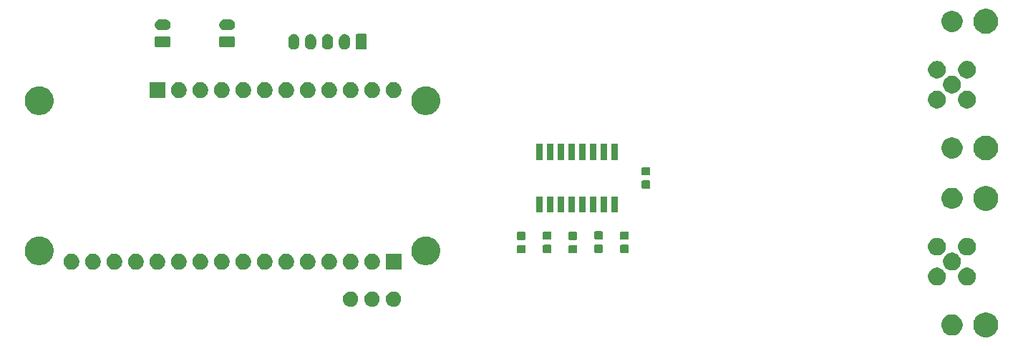
<source format=gts>
G04 #@! TF.GenerationSoftware,KiCad,Pcbnew,5.1.5-2.fc32*
G04 #@! TF.CreationDate,2020-05-12T10:48:03+02:00*
G04 #@! TF.ProjectId,beieliscale-kicad,62656965-6c69-4736-9361-6c652d6b6963,rev?*
G04 #@! TF.SameCoordinates,Original*
G04 #@! TF.FileFunction,Soldermask,Top*
G04 #@! TF.FilePolarity,Negative*
%FSLAX46Y46*%
G04 Gerber Fmt 4.6, Leading zero omitted, Abs format (unit mm)*
G04 Created by KiCad (PCBNEW 5.1.5-2.fc32) date 2020-05-12 10:48:03*
%MOMM*%
%LPD*%
G04 APERTURE LIST*
%ADD10C,0.100000*%
G04 APERTURE END LIST*
D10*
G36*
X154925532Y-73595721D02*
G01*
X155194147Y-73706985D01*
X155435895Y-73868516D01*
X155641484Y-74074105D01*
X155803015Y-74315853D01*
X155914279Y-74584468D01*
X155971000Y-74869625D01*
X155971000Y-75160375D01*
X155914279Y-75445532D01*
X155803015Y-75714147D01*
X155641484Y-75955895D01*
X155435895Y-76161484D01*
X155194147Y-76323015D01*
X154925532Y-76434279D01*
X154640375Y-76491000D01*
X154349625Y-76491000D01*
X154064468Y-76434279D01*
X153795853Y-76323015D01*
X153554105Y-76161484D01*
X153348516Y-75955895D01*
X153186985Y-75714147D01*
X153075721Y-75445532D01*
X153019000Y-75160375D01*
X153019000Y-74869625D01*
X153075721Y-74584468D01*
X153186985Y-74315853D01*
X153348516Y-74074105D01*
X153554105Y-73868516D01*
X153795853Y-73706985D01*
X154064468Y-73595721D01*
X154349625Y-73539000D01*
X154640375Y-73539000D01*
X154925532Y-73595721D01*
G37*
G36*
X150859903Y-73812075D02*
G01*
X151087571Y-73906378D01*
X151292466Y-74043285D01*
X151466715Y-74217534D01*
X151603622Y-74422429D01*
X151697925Y-74650097D01*
X151746000Y-74891787D01*
X151746000Y-75138213D01*
X151697925Y-75379903D01*
X151603622Y-75607571D01*
X151466715Y-75812466D01*
X151292466Y-75986715D01*
X151087571Y-76123622D01*
X151087570Y-76123623D01*
X151087569Y-76123623D01*
X150859903Y-76217925D01*
X150618214Y-76266000D01*
X150371786Y-76266000D01*
X150130097Y-76217925D01*
X149902431Y-76123623D01*
X149902430Y-76123623D01*
X149902429Y-76123622D01*
X149697534Y-75986715D01*
X149523285Y-75812466D01*
X149386378Y-75607571D01*
X149292075Y-75379903D01*
X149244000Y-75138213D01*
X149244000Y-74891787D01*
X149292075Y-74650097D01*
X149386378Y-74422429D01*
X149523285Y-74217534D01*
X149697534Y-74043285D01*
X149902429Y-73906378D01*
X150130097Y-73812075D01*
X150371786Y-73764000D01*
X150618214Y-73764000D01*
X150859903Y-73812075D01*
G37*
G36*
X79488512Y-71063927D02*
G01*
X79637812Y-71093624D01*
X79801784Y-71161544D01*
X79949354Y-71260147D01*
X80074853Y-71385646D01*
X80173456Y-71533216D01*
X80241376Y-71697188D01*
X80276000Y-71871259D01*
X80276000Y-72048741D01*
X80241376Y-72222812D01*
X80173456Y-72386784D01*
X80074853Y-72534354D01*
X79949354Y-72659853D01*
X79801784Y-72758456D01*
X79637812Y-72826376D01*
X79488512Y-72856073D01*
X79463742Y-72861000D01*
X79286258Y-72861000D01*
X79261488Y-72856073D01*
X79112188Y-72826376D01*
X78948216Y-72758456D01*
X78800646Y-72659853D01*
X78675147Y-72534354D01*
X78576544Y-72386784D01*
X78508624Y-72222812D01*
X78474000Y-72048741D01*
X78474000Y-71871259D01*
X78508624Y-71697188D01*
X78576544Y-71533216D01*
X78675147Y-71385646D01*
X78800646Y-71260147D01*
X78948216Y-71161544D01*
X79112188Y-71093624D01*
X79261488Y-71063927D01*
X79286258Y-71059000D01*
X79463742Y-71059000D01*
X79488512Y-71063927D01*
G37*
G36*
X84568512Y-71063927D02*
G01*
X84717812Y-71093624D01*
X84881784Y-71161544D01*
X85029354Y-71260147D01*
X85154853Y-71385646D01*
X85253456Y-71533216D01*
X85321376Y-71697188D01*
X85356000Y-71871259D01*
X85356000Y-72048741D01*
X85321376Y-72222812D01*
X85253456Y-72386784D01*
X85154853Y-72534354D01*
X85029354Y-72659853D01*
X84881784Y-72758456D01*
X84717812Y-72826376D01*
X84568512Y-72856073D01*
X84543742Y-72861000D01*
X84366258Y-72861000D01*
X84341488Y-72856073D01*
X84192188Y-72826376D01*
X84028216Y-72758456D01*
X83880646Y-72659853D01*
X83755147Y-72534354D01*
X83656544Y-72386784D01*
X83588624Y-72222812D01*
X83554000Y-72048741D01*
X83554000Y-71871259D01*
X83588624Y-71697188D01*
X83656544Y-71533216D01*
X83755147Y-71385646D01*
X83880646Y-71260147D01*
X84028216Y-71161544D01*
X84192188Y-71093624D01*
X84341488Y-71063927D01*
X84366258Y-71059000D01*
X84543742Y-71059000D01*
X84568512Y-71063927D01*
G37*
G36*
X82028512Y-71063927D02*
G01*
X82177812Y-71093624D01*
X82341784Y-71161544D01*
X82489354Y-71260147D01*
X82614853Y-71385646D01*
X82713456Y-71533216D01*
X82781376Y-71697188D01*
X82816000Y-71871259D01*
X82816000Y-72048741D01*
X82781376Y-72222812D01*
X82713456Y-72386784D01*
X82614853Y-72534354D01*
X82489354Y-72659853D01*
X82341784Y-72758456D01*
X82177812Y-72826376D01*
X82028512Y-72856073D01*
X82003742Y-72861000D01*
X81826258Y-72861000D01*
X81801488Y-72856073D01*
X81652188Y-72826376D01*
X81488216Y-72758456D01*
X81340646Y-72659853D01*
X81215147Y-72534354D01*
X81116544Y-72386784D01*
X81048624Y-72222812D01*
X81014000Y-72048741D01*
X81014000Y-71871259D01*
X81048624Y-71697188D01*
X81116544Y-71533216D01*
X81215147Y-71385646D01*
X81340646Y-71260147D01*
X81488216Y-71161544D01*
X81652188Y-71093624D01*
X81801488Y-71063927D01*
X81826258Y-71059000D01*
X82003742Y-71059000D01*
X82028512Y-71063927D01*
G37*
G36*
X152571564Y-68274389D02*
G01*
X152762833Y-68353615D01*
X152762835Y-68353616D01*
X152914567Y-68455000D01*
X152934973Y-68468635D01*
X153081365Y-68615027D01*
X153196385Y-68787167D01*
X153275611Y-68978436D01*
X153316000Y-69181484D01*
X153316000Y-69388516D01*
X153275611Y-69591564D01*
X153196385Y-69782833D01*
X153196384Y-69782835D01*
X153081365Y-69954973D01*
X152934973Y-70101365D01*
X152762835Y-70216384D01*
X152762834Y-70216385D01*
X152762833Y-70216385D01*
X152571564Y-70295611D01*
X152368516Y-70336000D01*
X152161484Y-70336000D01*
X151958436Y-70295611D01*
X151767167Y-70216385D01*
X151767166Y-70216385D01*
X151767165Y-70216384D01*
X151595027Y-70101365D01*
X151448635Y-69954973D01*
X151333616Y-69782835D01*
X151333615Y-69782833D01*
X151254389Y-69591564D01*
X151214000Y-69388516D01*
X151214000Y-69181484D01*
X151254389Y-68978436D01*
X151333615Y-68787167D01*
X151448635Y-68615027D01*
X151595027Y-68468635D01*
X151615433Y-68455000D01*
X151767165Y-68353616D01*
X151767167Y-68353615D01*
X151958436Y-68274389D01*
X152161484Y-68234000D01*
X152368516Y-68234000D01*
X152571564Y-68274389D01*
G37*
G36*
X149031564Y-68274389D02*
G01*
X149222833Y-68353615D01*
X149222835Y-68353616D01*
X149374567Y-68455000D01*
X149394973Y-68468635D01*
X149541365Y-68615027D01*
X149656385Y-68787167D01*
X149735611Y-68978436D01*
X149776000Y-69181484D01*
X149776000Y-69388516D01*
X149735611Y-69591564D01*
X149656385Y-69782833D01*
X149656384Y-69782835D01*
X149541365Y-69954973D01*
X149394973Y-70101365D01*
X149222835Y-70216384D01*
X149222834Y-70216385D01*
X149222833Y-70216385D01*
X149031564Y-70295611D01*
X148828516Y-70336000D01*
X148621484Y-70336000D01*
X148418436Y-70295611D01*
X148227167Y-70216385D01*
X148227166Y-70216385D01*
X148227165Y-70216384D01*
X148055027Y-70101365D01*
X147908635Y-69954973D01*
X147793616Y-69782835D01*
X147793615Y-69782833D01*
X147714389Y-69591564D01*
X147674000Y-69388516D01*
X147674000Y-69181484D01*
X147714389Y-68978436D01*
X147793615Y-68787167D01*
X147908635Y-68615027D01*
X148055027Y-68468635D01*
X148075433Y-68455000D01*
X148227165Y-68353616D01*
X148227167Y-68353615D01*
X148418436Y-68274389D01*
X148621484Y-68234000D01*
X148828516Y-68234000D01*
X149031564Y-68274389D01*
G37*
G36*
X150801564Y-66504389D02*
G01*
X150972034Y-66575000D01*
X150992835Y-66583616D01*
X151164973Y-66698635D01*
X151311365Y-66845027D01*
X151426385Y-67017167D01*
X151505611Y-67208436D01*
X151546000Y-67411484D01*
X151546000Y-67618516D01*
X151505611Y-67821564D01*
X151426385Y-68012833D01*
X151426384Y-68012835D01*
X151311365Y-68184973D01*
X151164973Y-68331365D01*
X150992835Y-68446384D01*
X150992834Y-68446385D01*
X150992833Y-68446385D01*
X150801564Y-68525611D01*
X150598516Y-68566000D01*
X150391484Y-68566000D01*
X150188436Y-68525611D01*
X149997167Y-68446385D01*
X149997166Y-68446385D01*
X149997165Y-68446384D01*
X149825027Y-68331365D01*
X149678635Y-68184973D01*
X149563616Y-68012835D01*
X149563615Y-68012833D01*
X149484389Y-67821564D01*
X149444000Y-67618516D01*
X149444000Y-67411484D01*
X149484389Y-67208436D01*
X149563615Y-67017167D01*
X149678635Y-66845027D01*
X149825027Y-66698635D01*
X149997165Y-66583616D01*
X150017966Y-66575000D01*
X150188436Y-66504389D01*
X150391484Y-66464000D01*
X150598516Y-66464000D01*
X150801564Y-66504389D01*
G37*
G36*
X51709187Y-66611123D02*
G01*
X51880255Y-66681982D01*
X51880257Y-66681983D01*
X51905178Y-66698635D01*
X51990449Y-66755611D01*
X52034215Y-66784855D01*
X52165145Y-66915785D01*
X52255626Y-67051198D01*
X52268018Y-67069745D01*
X52338877Y-67240813D01*
X52375000Y-67422417D01*
X52375000Y-67607583D01*
X52338877Y-67789187D01*
X52268018Y-67960255D01*
X52165146Y-68114214D01*
X52034214Y-68245146D01*
X51990447Y-68274390D01*
X51880257Y-68348017D01*
X51880256Y-68348018D01*
X51880255Y-68348018D01*
X51709187Y-68418877D01*
X51527583Y-68455000D01*
X51342417Y-68455000D01*
X51160813Y-68418877D01*
X50989745Y-68348018D01*
X50989744Y-68348018D01*
X50989743Y-68348017D01*
X50879553Y-68274390D01*
X50835786Y-68245146D01*
X50704854Y-68114214D01*
X50601982Y-67960255D01*
X50531123Y-67789187D01*
X50495000Y-67607583D01*
X50495000Y-67422417D01*
X50531123Y-67240813D01*
X50601982Y-67069745D01*
X50614375Y-67051198D01*
X50704855Y-66915785D01*
X50835785Y-66784855D01*
X50879552Y-66755611D01*
X50964822Y-66698635D01*
X50989743Y-66681983D01*
X50989745Y-66681982D01*
X51160813Y-66611123D01*
X51342417Y-66575000D01*
X51527583Y-66575000D01*
X51709187Y-66611123D01*
G37*
G36*
X46629187Y-66611123D02*
G01*
X46800255Y-66681982D01*
X46800257Y-66681983D01*
X46825178Y-66698635D01*
X46910449Y-66755611D01*
X46954215Y-66784855D01*
X47085145Y-66915785D01*
X47175626Y-67051198D01*
X47188018Y-67069745D01*
X47258877Y-67240813D01*
X47295000Y-67422417D01*
X47295000Y-67607583D01*
X47258877Y-67789187D01*
X47188018Y-67960255D01*
X47085146Y-68114214D01*
X46954214Y-68245146D01*
X46910447Y-68274390D01*
X46800257Y-68348017D01*
X46800256Y-68348018D01*
X46800255Y-68348018D01*
X46629187Y-68418877D01*
X46447583Y-68455000D01*
X46262417Y-68455000D01*
X46080813Y-68418877D01*
X45909745Y-68348018D01*
X45909744Y-68348018D01*
X45909743Y-68348017D01*
X45799553Y-68274390D01*
X45755786Y-68245146D01*
X45624854Y-68114214D01*
X45521982Y-67960255D01*
X45451123Y-67789187D01*
X45415000Y-67607583D01*
X45415000Y-67422417D01*
X45451123Y-67240813D01*
X45521982Y-67069745D01*
X45534375Y-67051198D01*
X45624855Y-66915785D01*
X45755785Y-66784855D01*
X45799552Y-66755611D01*
X45884822Y-66698635D01*
X45909743Y-66681983D01*
X45909745Y-66681982D01*
X46080813Y-66611123D01*
X46262417Y-66575000D01*
X46447583Y-66575000D01*
X46629187Y-66611123D01*
G37*
G36*
X49169187Y-66611123D02*
G01*
X49340255Y-66681982D01*
X49340257Y-66681983D01*
X49365178Y-66698635D01*
X49450449Y-66755611D01*
X49494215Y-66784855D01*
X49625145Y-66915785D01*
X49715626Y-67051198D01*
X49728018Y-67069745D01*
X49798877Y-67240813D01*
X49835000Y-67422417D01*
X49835000Y-67607583D01*
X49798877Y-67789187D01*
X49728018Y-67960255D01*
X49625146Y-68114214D01*
X49494214Y-68245146D01*
X49450447Y-68274390D01*
X49340257Y-68348017D01*
X49340256Y-68348018D01*
X49340255Y-68348018D01*
X49169187Y-68418877D01*
X48987583Y-68455000D01*
X48802417Y-68455000D01*
X48620813Y-68418877D01*
X48449745Y-68348018D01*
X48449744Y-68348018D01*
X48449743Y-68348017D01*
X48339553Y-68274390D01*
X48295786Y-68245146D01*
X48164854Y-68114214D01*
X48061982Y-67960255D01*
X47991123Y-67789187D01*
X47955000Y-67607583D01*
X47955000Y-67422417D01*
X47991123Y-67240813D01*
X48061982Y-67069745D01*
X48074375Y-67051198D01*
X48164855Y-66915785D01*
X48295785Y-66784855D01*
X48339552Y-66755611D01*
X48424822Y-66698635D01*
X48449743Y-66681983D01*
X48449745Y-66681982D01*
X48620813Y-66611123D01*
X48802417Y-66575000D01*
X48987583Y-66575000D01*
X49169187Y-66611123D01*
G37*
G36*
X54249187Y-66611123D02*
G01*
X54420255Y-66681982D01*
X54420257Y-66681983D01*
X54445178Y-66698635D01*
X54530449Y-66755611D01*
X54574215Y-66784855D01*
X54705145Y-66915785D01*
X54795626Y-67051198D01*
X54808018Y-67069745D01*
X54878877Y-67240813D01*
X54915000Y-67422417D01*
X54915000Y-67607583D01*
X54878877Y-67789187D01*
X54808018Y-67960255D01*
X54705146Y-68114214D01*
X54574214Y-68245146D01*
X54530447Y-68274390D01*
X54420257Y-68348017D01*
X54420256Y-68348018D01*
X54420255Y-68348018D01*
X54249187Y-68418877D01*
X54067583Y-68455000D01*
X53882417Y-68455000D01*
X53700813Y-68418877D01*
X53529745Y-68348018D01*
X53529744Y-68348018D01*
X53529743Y-68348017D01*
X53419553Y-68274390D01*
X53375786Y-68245146D01*
X53244854Y-68114214D01*
X53141982Y-67960255D01*
X53071123Y-67789187D01*
X53035000Y-67607583D01*
X53035000Y-67422417D01*
X53071123Y-67240813D01*
X53141982Y-67069745D01*
X53154375Y-67051198D01*
X53244855Y-66915785D01*
X53375785Y-66784855D01*
X53419552Y-66755611D01*
X53504822Y-66698635D01*
X53529743Y-66681983D01*
X53529745Y-66681982D01*
X53700813Y-66611123D01*
X53882417Y-66575000D01*
X54067583Y-66575000D01*
X54249187Y-66611123D01*
G37*
G36*
X56789187Y-66611123D02*
G01*
X56960255Y-66681982D01*
X56960257Y-66681983D01*
X56985178Y-66698635D01*
X57070449Y-66755611D01*
X57114215Y-66784855D01*
X57245145Y-66915785D01*
X57335626Y-67051198D01*
X57348018Y-67069745D01*
X57418877Y-67240813D01*
X57455000Y-67422417D01*
X57455000Y-67607583D01*
X57418877Y-67789187D01*
X57348018Y-67960255D01*
X57245146Y-68114214D01*
X57114214Y-68245146D01*
X57070447Y-68274390D01*
X56960257Y-68348017D01*
X56960256Y-68348018D01*
X56960255Y-68348018D01*
X56789187Y-68418877D01*
X56607583Y-68455000D01*
X56422417Y-68455000D01*
X56240813Y-68418877D01*
X56069745Y-68348018D01*
X56069744Y-68348018D01*
X56069743Y-68348017D01*
X55959553Y-68274390D01*
X55915786Y-68245146D01*
X55784854Y-68114214D01*
X55681982Y-67960255D01*
X55611123Y-67789187D01*
X55575000Y-67607583D01*
X55575000Y-67422417D01*
X55611123Y-67240813D01*
X55681982Y-67069745D01*
X55694375Y-67051198D01*
X55784855Y-66915785D01*
X55915785Y-66784855D01*
X55959552Y-66755611D01*
X56044822Y-66698635D01*
X56069743Y-66681983D01*
X56069745Y-66681982D01*
X56240813Y-66611123D01*
X56422417Y-66575000D01*
X56607583Y-66575000D01*
X56789187Y-66611123D01*
G37*
G36*
X59329187Y-66611123D02*
G01*
X59500255Y-66681982D01*
X59500257Y-66681983D01*
X59525178Y-66698635D01*
X59610449Y-66755611D01*
X59654215Y-66784855D01*
X59785145Y-66915785D01*
X59875626Y-67051198D01*
X59888018Y-67069745D01*
X59958877Y-67240813D01*
X59995000Y-67422417D01*
X59995000Y-67607583D01*
X59958877Y-67789187D01*
X59888018Y-67960255D01*
X59785146Y-68114214D01*
X59654214Y-68245146D01*
X59610447Y-68274390D01*
X59500257Y-68348017D01*
X59500256Y-68348018D01*
X59500255Y-68348018D01*
X59329187Y-68418877D01*
X59147583Y-68455000D01*
X58962417Y-68455000D01*
X58780813Y-68418877D01*
X58609745Y-68348018D01*
X58609744Y-68348018D01*
X58609743Y-68348017D01*
X58499553Y-68274390D01*
X58455786Y-68245146D01*
X58324854Y-68114214D01*
X58221982Y-67960255D01*
X58151123Y-67789187D01*
X58115000Y-67607583D01*
X58115000Y-67422417D01*
X58151123Y-67240813D01*
X58221982Y-67069745D01*
X58234375Y-67051198D01*
X58324855Y-66915785D01*
X58455785Y-66784855D01*
X58499552Y-66755611D01*
X58584822Y-66698635D01*
X58609743Y-66681983D01*
X58609745Y-66681982D01*
X58780813Y-66611123D01*
X58962417Y-66575000D01*
X59147583Y-66575000D01*
X59329187Y-66611123D01*
G37*
G36*
X61869187Y-66611123D02*
G01*
X62040255Y-66681982D01*
X62040257Y-66681983D01*
X62065178Y-66698635D01*
X62150449Y-66755611D01*
X62194215Y-66784855D01*
X62325145Y-66915785D01*
X62415626Y-67051198D01*
X62428018Y-67069745D01*
X62498877Y-67240813D01*
X62535000Y-67422417D01*
X62535000Y-67607583D01*
X62498877Y-67789187D01*
X62428018Y-67960255D01*
X62325146Y-68114214D01*
X62194214Y-68245146D01*
X62150447Y-68274390D01*
X62040257Y-68348017D01*
X62040256Y-68348018D01*
X62040255Y-68348018D01*
X61869187Y-68418877D01*
X61687583Y-68455000D01*
X61502417Y-68455000D01*
X61320813Y-68418877D01*
X61149745Y-68348018D01*
X61149744Y-68348018D01*
X61149743Y-68348017D01*
X61039553Y-68274390D01*
X60995786Y-68245146D01*
X60864854Y-68114214D01*
X60761982Y-67960255D01*
X60691123Y-67789187D01*
X60655000Y-67607583D01*
X60655000Y-67422417D01*
X60691123Y-67240813D01*
X60761982Y-67069745D01*
X60774375Y-67051198D01*
X60864855Y-66915785D01*
X60995785Y-66784855D01*
X61039552Y-66755611D01*
X61124822Y-66698635D01*
X61149743Y-66681983D01*
X61149745Y-66681982D01*
X61320813Y-66611123D01*
X61502417Y-66575000D01*
X61687583Y-66575000D01*
X61869187Y-66611123D01*
G37*
G36*
X64409187Y-66611123D02*
G01*
X64580255Y-66681982D01*
X64580257Y-66681983D01*
X64605178Y-66698635D01*
X64690449Y-66755611D01*
X64734215Y-66784855D01*
X64865145Y-66915785D01*
X64955626Y-67051198D01*
X64968018Y-67069745D01*
X65038877Y-67240813D01*
X65075000Y-67422417D01*
X65075000Y-67607583D01*
X65038877Y-67789187D01*
X64968018Y-67960255D01*
X64865146Y-68114214D01*
X64734214Y-68245146D01*
X64690447Y-68274390D01*
X64580257Y-68348017D01*
X64580256Y-68348018D01*
X64580255Y-68348018D01*
X64409187Y-68418877D01*
X64227583Y-68455000D01*
X64042417Y-68455000D01*
X63860813Y-68418877D01*
X63689745Y-68348018D01*
X63689744Y-68348018D01*
X63689743Y-68348017D01*
X63579553Y-68274390D01*
X63535786Y-68245146D01*
X63404854Y-68114214D01*
X63301982Y-67960255D01*
X63231123Y-67789187D01*
X63195000Y-67607583D01*
X63195000Y-67422417D01*
X63231123Y-67240813D01*
X63301982Y-67069745D01*
X63314375Y-67051198D01*
X63404855Y-66915785D01*
X63535785Y-66784855D01*
X63579552Y-66755611D01*
X63664822Y-66698635D01*
X63689743Y-66681983D01*
X63689745Y-66681982D01*
X63860813Y-66611123D01*
X64042417Y-66575000D01*
X64227583Y-66575000D01*
X64409187Y-66611123D01*
G37*
G36*
X69489187Y-66611123D02*
G01*
X69660255Y-66681982D01*
X69660257Y-66681983D01*
X69685178Y-66698635D01*
X69770449Y-66755611D01*
X69814215Y-66784855D01*
X69945145Y-66915785D01*
X70035626Y-67051198D01*
X70048018Y-67069745D01*
X70118877Y-67240813D01*
X70155000Y-67422417D01*
X70155000Y-67607583D01*
X70118877Y-67789187D01*
X70048018Y-67960255D01*
X69945146Y-68114214D01*
X69814214Y-68245146D01*
X69770447Y-68274390D01*
X69660257Y-68348017D01*
X69660256Y-68348018D01*
X69660255Y-68348018D01*
X69489187Y-68418877D01*
X69307583Y-68455000D01*
X69122417Y-68455000D01*
X68940813Y-68418877D01*
X68769745Y-68348018D01*
X68769744Y-68348018D01*
X68769743Y-68348017D01*
X68659553Y-68274390D01*
X68615786Y-68245146D01*
X68484854Y-68114214D01*
X68381982Y-67960255D01*
X68311123Y-67789187D01*
X68275000Y-67607583D01*
X68275000Y-67422417D01*
X68311123Y-67240813D01*
X68381982Y-67069745D01*
X68394375Y-67051198D01*
X68484855Y-66915785D01*
X68615785Y-66784855D01*
X68659552Y-66755611D01*
X68744822Y-66698635D01*
X68769743Y-66681983D01*
X68769745Y-66681982D01*
X68940813Y-66611123D01*
X69122417Y-66575000D01*
X69307583Y-66575000D01*
X69489187Y-66611123D01*
G37*
G36*
X72029187Y-66611123D02*
G01*
X72200255Y-66681982D01*
X72200257Y-66681983D01*
X72225178Y-66698635D01*
X72310449Y-66755611D01*
X72354215Y-66784855D01*
X72485145Y-66915785D01*
X72575626Y-67051198D01*
X72588018Y-67069745D01*
X72658877Y-67240813D01*
X72695000Y-67422417D01*
X72695000Y-67607583D01*
X72658877Y-67789187D01*
X72588018Y-67960255D01*
X72485146Y-68114214D01*
X72354214Y-68245146D01*
X72310447Y-68274390D01*
X72200257Y-68348017D01*
X72200256Y-68348018D01*
X72200255Y-68348018D01*
X72029187Y-68418877D01*
X71847583Y-68455000D01*
X71662417Y-68455000D01*
X71480813Y-68418877D01*
X71309745Y-68348018D01*
X71309744Y-68348018D01*
X71309743Y-68348017D01*
X71199553Y-68274390D01*
X71155786Y-68245146D01*
X71024854Y-68114214D01*
X70921982Y-67960255D01*
X70851123Y-67789187D01*
X70815000Y-67607583D01*
X70815000Y-67422417D01*
X70851123Y-67240813D01*
X70921982Y-67069745D01*
X70934375Y-67051198D01*
X71024855Y-66915785D01*
X71155785Y-66784855D01*
X71199552Y-66755611D01*
X71284822Y-66698635D01*
X71309743Y-66681983D01*
X71309745Y-66681982D01*
X71480813Y-66611123D01*
X71662417Y-66575000D01*
X71847583Y-66575000D01*
X72029187Y-66611123D01*
G37*
G36*
X74569187Y-66611123D02*
G01*
X74740255Y-66681982D01*
X74740257Y-66681983D01*
X74765178Y-66698635D01*
X74850449Y-66755611D01*
X74894215Y-66784855D01*
X75025145Y-66915785D01*
X75115626Y-67051198D01*
X75128018Y-67069745D01*
X75198877Y-67240813D01*
X75235000Y-67422417D01*
X75235000Y-67607583D01*
X75198877Y-67789187D01*
X75128018Y-67960255D01*
X75025146Y-68114214D01*
X74894214Y-68245146D01*
X74850447Y-68274390D01*
X74740257Y-68348017D01*
X74740256Y-68348018D01*
X74740255Y-68348018D01*
X74569187Y-68418877D01*
X74387583Y-68455000D01*
X74202417Y-68455000D01*
X74020813Y-68418877D01*
X73849745Y-68348018D01*
X73849744Y-68348018D01*
X73849743Y-68348017D01*
X73739553Y-68274390D01*
X73695786Y-68245146D01*
X73564854Y-68114214D01*
X73461982Y-67960255D01*
X73391123Y-67789187D01*
X73355000Y-67607583D01*
X73355000Y-67422417D01*
X73391123Y-67240813D01*
X73461982Y-67069745D01*
X73474375Y-67051198D01*
X73564855Y-66915785D01*
X73695785Y-66784855D01*
X73739552Y-66755611D01*
X73824822Y-66698635D01*
X73849743Y-66681983D01*
X73849745Y-66681982D01*
X74020813Y-66611123D01*
X74202417Y-66575000D01*
X74387583Y-66575000D01*
X74569187Y-66611123D01*
G37*
G36*
X85395000Y-68455000D02*
G01*
X83515000Y-68455000D01*
X83515000Y-66575000D01*
X85395000Y-66575000D01*
X85395000Y-68455000D01*
G37*
G36*
X77109187Y-66611123D02*
G01*
X77280255Y-66681982D01*
X77280257Y-66681983D01*
X77305178Y-66698635D01*
X77390449Y-66755611D01*
X77434215Y-66784855D01*
X77565145Y-66915785D01*
X77655626Y-67051198D01*
X77668018Y-67069745D01*
X77738877Y-67240813D01*
X77775000Y-67422417D01*
X77775000Y-67607583D01*
X77738877Y-67789187D01*
X77668018Y-67960255D01*
X77565146Y-68114214D01*
X77434214Y-68245146D01*
X77390447Y-68274390D01*
X77280257Y-68348017D01*
X77280256Y-68348018D01*
X77280255Y-68348018D01*
X77109187Y-68418877D01*
X76927583Y-68455000D01*
X76742417Y-68455000D01*
X76560813Y-68418877D01*
X76389745Y-68348018D01*
X76389744Y-68348018D01*
X76389743Y-68348017D01*
X76279553Y-68274390D01*
X76235786Y-68245146D01*
X76104854Y-68114214D01*
X76001982Y-67960255D01*
X75931123Y-67789187D01*
X75895000Y-67607583D01*
X75895000Y-67422417D01*
X75931123Y-67240813D01*
X76001982Y-67069745D01*
X76014375Y-67051198D01*
X76104855Y-66915785D01*
X76235785Y-66784855D01*
X76279552Y-66755611D01*
X76364822Y-66698635D01*
X76389743Y-66681983D01*
X76389745Y-66681982D01*
X76560813Y-66611123D01*
X76742417Y-66575000D01*
X76927583Y-66575000D01*
X77109187Y-66611123D01*
G37*
G36*
X79649187Y-66611123D02*
G01*
X79820255Y-66681982D01*
X79820257Y-66681983D01*
X79845178Y-66698635D01*
X79930449Y-66755611D01*
X79974215Y-66784855D01*
X80105145Y-66915785D01*
X80195626Y-67051198D01*
X80208018Y-67069745D01*
X80278877Y-67240813D01*
X80315000Y-67422417D01*
X80315000Y-67607583D01*
X80278877Y-67789187D01*
X80208018Y-67960255D01*
X80105146Y-68114214D01*
X79974214Y-68245146D01*
X79930447Y-68274390D01*
X79820257Y-68348017D01*
X79820256Y-68348018D01*
X79820255Y-68348018D01*
X79649187Y-68418877D01*
X79467583Y-68455000D01*
X79282417Y-68455000D01*
X79100813Y-68418877D01*
X78929745Y-68348018D01*
X78929744Y-68348018D01*
X78929743Y-68348017D01*
X78819553Y-68274390D01*
X78775786Y-68245146D01*
X78644854Y-68114214D01*
X78541982Y-67960255D01*
X78471123Y-67789187D01*
X78435000Y-67607583D01*
X78435000Y-67422417D01*
X78471123Y-67240813D01*
X78541982Y-67069745D01*
X78554375Y-67051198D01*
X78644855Y-66915785D01*
X78775785Y-66784855D01*
X78819552Y-66755611D01*
X78904822Y-66698635D01*
X78929743Y-66681983D01*
X78929745Y-66681982D01*
X79100813Y-66611123D01*
X79282417Y-66575000D01*
X79467583Y-66575000D01*
X79649187Y-66611123D01*
G37*
G36*
X82189187Y-66611123D02*
G01*
X82360255Y-66681982D01*
X82360257Y-66681983D01*
X82385178Y-66698635D01*
X82470449Y-66755611D01*
X82514215Y-66784855D01*
X82645145Y-66915785D01*
X82735626Y-67051198D01*
X82748018Y-67069745D01*
X82818877Y-67240813D01*
X82855000Y-67422417D01*
X82855000Y-67607583D01*
X82818877Y-67789187D01*
X82748018Y-67960255D01*
X82645146Y-68114214D01*
X82514214Y-68245146D01*
X82470447Y-68274390D01*
X82360257Y-68348017D01*
X82360256Y-68348018D01*
X82360255Y-68348018D01*
X82189187Y-68418877D01*
X82007583Y-68455000D01*
X81822417Y-68455000D01*
X81640813Y-68418877D01*
X81469745Y-68348018D01*
X81469744Y-68348018D01*
X81469743Y-68348017D01*
X81359553Y-68274390D01*
X81315786Y-68245146D01*
X81184854Y-68114214D01*
X81081982Y-67960255D01*
X81011123Y-67789187D01*
X80975000Y-67607583D01*
X80975000Y-67422417D01*
X81011123Y-67240813D01*
X81081982Y-67069745D01*
X81094375Y-67051198D01*
X81184855Y-66915785D01*
X81315785Y-66784855D01*
X81359552Y-66755611D01*
X81444822Y-66698635D01*
X81469743Y-66681983D01*
X81469745Y-66681982D01*
X81640813Y-66611123D01*
X81822417Y-66575000D01*
X82007583Y-66575000D01*
X82189187Y-66611123D01*
G37*
G36*
X66949187Y-66611123D02*
G01*
X67120255Y-66681982D01*
X67120257Y-66681983D01*
X67145178Y-66698635D01*
X67230449Y-66755611D01*
X67274215Y-66784855D01*
X67405145Y-66915785D01*
X67495626Y-67051198D01*
X67508018Y-67069745D01*
X67578877Y-67240813D01*
X67615000Y-67422417D01*
X67615000Y-67607583D01*
X67578877Y-67789187D01*
X67508018Y-67960255D01*
X67405146Y-68114214D01*
X67274214Y-68245146D01*
X67230447Y-68274390D01*
X67120257Y-68348017D01*
X67120256Y-68348018D01*
X67120255Y-68348018D01*
X66949187Y-68418877D01*
X66767583Y-68455000D01*
X66582417Y-68455000D01*
X66400813Y-68418877D01*
X66229745Y-68348018D01*
X66229744Y-68348018D01*
X66229743Y-68348017D01*
X66119553Y-68274390D01*
X66075786Y-68245146D01*
X65944854Y-68114214D01*
X65841982Y-67960255D01*
X65771123Y-67789187D01*
X65735000Y-67607583D01*
X65735000Y-67422417D01*
X65771123Y-67240813D01*
X65841982Y-67069745D01*
X65854375Y-67051198D01*
X65944855Y-66915785D01*
X66075785Y-66784855D01*
X66119552Y-66755611D01*
X66204822Y-66698635D01*
X66229743Y-66681983D01*
X66229745Y-66681982D01*
X66400813Y-66611123D01*
X66582417Y-66575000D01*
X66767583Y-66575000D01*
X66949187Y-66611123D01*
G37*
G36*
X42931847Y-64586605D02*
G01*
X43041455Y-64608407D01*
X43351199Y-64736707D01*
X43629962Y-64922970D01*
X43867030Y-65160038D01*
X44053293Y-65438801D01*
X44171674Y-65724599D01*
X44181593Y-65748546D01*
X44247000Y-66077366D01*
X44247000Y-66412634D01*
X44203395Y-66631847D01*
X44181593Y-66741455D01*
X44053293Y-67051199D01*
X43867030Y-67329962D01*
X43629962Y-67567030D01*
X43351199Y-67753293D01*
X43041455Y-67881593D01*
X42931847Y-67903395D01*
X42712634Y-67947000D01*
X42377366Y-67947000D01*
X42158153Y-67903395D01*
X42048545Y-67881593D01*
X41738801Y-67753293D01*
X41460038Y-67567030D01*
X41222970Y-67329962D01*
X41036707Y-67051199D01*
X40908407Y-66741455D01*
X40886605Y-66631847D01*
X40843000Y-66412634D01*
X40843000Y-66077366D01*
X40908407Y-65748546D01*
X40918326Y-65724599D01*
X41036707Y-65438801D01*
X41222970Y-65160038D01*
X41460038Y-64922970D01*
X41738801Y-64736707D01*
X42048545Y-64608407D01*
X42158153Y-64586605D01*
X42377366Y-64543000D01*
X42712634Y-64543000D01*
X42931847Y-64586605D01*
G37*
G36*
X88651847Y-64586605D02*
G01*
X88761455Y-64608407D01*
X89071199Y-64736707D01*
X89349962Y-64922970D01*
X89587030Y-65160038D01*
X89773293Y-65438801D01*
X89891674Y-65724599D01*
X89901593Y-65748546D01*
X89967000Y-66077366D01*
X89967000Y-66412634D01*
X89923395Y-66631847D01*
X89901593Y-66741455D01*
X89773293Y-67051199D01*
X89587030Y-67329962D01*
X89349962Y-67567030D01*
X89071199Y-67753293D01*
X88761455Y-67881593D01*
X88651847Y-67903395D01*
X88432634Y-67947000D01*
X88097366Y-67947000D01*
X87878153Y-67903395D01*
X87768545Y-67881593D01*
X87458801Y-67753293D01*
X87180038Y-67567030D01*
X86942970Y-67329962D01*
X86756707Y-67051199D01*
X86628407Y-66741455D01*
X86606605Y-66631847D01*
X86563000Y-66412634D01*
X86563000Y-66077366D01*
X86628407Y-65748546D01*
X86638326Y-65724599D01*
X86756707Y-65438801D01*
X86942970Y-65160038D01*
X87180038Y-64922970D01*
X87458801Y-64736707D01*
X87768545Y-64608407D01*
X87878153Y-64586605D01*
X88097366Y-64543000D01*
X88432634Y-64543000D01*
X88651847Y-64586605D01*
G37*
G36*
X152571564Y-64734389D02*
G01*
X152751911Y-64809091D01*
X152762835Y-64813616D01*
X152934973Y-64928635D01*
X153081365Y-65075027D01*
X153138168Y-65160038D01*
X153196385Y-65247167D01*
X153275611Y-65438436D01*
X153316000Y-65641484D01*
X153316000Y-65848516D01*
X153275611Y-66051564D01*
X153199526Y-66235250D01*
X153196384Y-66242835D01*
X153081365Y-66414973D01*
X152934973Y-66561365D01*
X152762835Y-66676384D01*
X152762834Y-66676385D01*
X152762833Y-66676385D01*
X152571564Y-66755611D01*
X152368516Y-66796000D01*
X152161484Y-66796000D01*
X151958436Y-66755611D01*
X151767167Y-66676385D01*
X151767166Y-66676385D01*
X151767165Y-66676384D01*
X151595027Y-66561365D01*
X151448635Y-66414973D01*
X151333616Y-66242835D01*
X151330474Y-66235250D01*
X151254389Y-66051564D01*
X151214000Y-65848516D01*
X151214000Y-65641484D01*
X151254389Y-65438436D01*
X151333615Y-65247167D01*
X151391833Y-65160038D01*
X151448635Y-65075027D01*
X151595027Y-64928635D01*
X151767165Y-64813616D01*
X151778089Y-64809091D01*
X151958436Y-64734389D01*
X152161484Y-64694000D01*
X152368516Y-64694000D01*
X152571564Y-64734389D01*
G37*
G36*
X149031564Y-64734389D02*
G01*
X149211911Y-64809091D01*
X149222835Y-64813616D01*
X149394973Y-64928635D01*
X149541365Y-65075027D01*
X149598168Y-65160038D01*
X149656385Y-65247167D01*
X149735611Y-65438436D01*
X149776000Y-65641484D01*
X149776000Y-65848516D01*
X149735611Y-66051564D01*
X149659526Y-66235250D01*
X149656384Y-66242835D01*
X149541365Y-66414973D01*
X149394973Y-66561365D01*
X149222835Y-66676384D01*
X149222834Y-66676385D01*
X149222833Y-66676385D01*
X149031564Y-66755611D01*
X148828516Y-66796000D01*
X148621484Y-66796000D01*
X148418436Y-66755611D01*
X148227167Y-66676385D01*
X148227166Y-66676385D01*
X148227165Y-66676384D01*
X148055027Y-66561365D01*
X147908635Y-66414973D01*
X147793616Y-66242835D01*
X147790474Y-66235250D01*
X147714389Y-66051564D01*
X147674000Y-65848516D01*
X147674000Y-65641484D01*
X147714389Y-65438436D01*
X147793615Y-65247167D01*
X147851833Y-65160038D01*
X147908635Y-65075027D01*
X148055027Y-64928635D01*
X148227165Y-64813616D01*
X148238089Y-64809091D01*
X148418436Y-64734389D01*
X148621484Y-64694000D01*
X148828516Y-64694000D01*
X149031564Y-64734389D01*
G37*
G36*
X99947591Y-65557585D02*
G01*
X99981569Y-65567893D01*
X100012890Y-65584634D01*
X100040339Y-65607161D01*
X100062866Y-65634610D01*
X100079607Y-65665931D01*
X100089915Y-65699909D01*
X100094000Y-65741390D01*
X100094000Y-66342610D01*
X100089915Y-66384091D01*
X100079607Y-66418069D01*
X100062866Y-66449390D01*
X100040339Y-66476839D01*
X100012890Y-66499366D01*
X99981569Y-66516107D01*
X99947591Y-66526415D01*
X99906110Y-66530500D01*
X99229890Y-66530500D01*
X99188409Y-66526415D01*
X99154431Y-66516107D01*
X99123110Y-66499366D01*
X99095661Y-66476839D01*
X99073134Y-66449390D01*
X99056393Y-66418069D01*
X99046085Y-66384091D01*
X99042000Y-66342610D01*
X99042000Y-65741390D01*
X99046085Y-65699909D01*
X99056393Y-65665931D01*
X99073134Y-65634610D01*
X99095661Y-65607161D01*
X99123110Y-65584634D01*
X99154431Y-65567893D01*
X99188409Y-65557585D01*
X99229890Y-65553500D01*
X99906110Y-65553500D01*
X99947591Y-65557585D01*
G37*
G36*
X106043591Y-65557585D02*
G01*
X106077569Y-65567893D01*
X106108890Y-65584634D01*
X106136339Y-65607161D01*
X106158866Y-65634610D01*
X106175607Y-65665931D01*
X106185915Y-65699909D01*
X106190000Y-65741390D01*
X106190000Y-66342610D01*
X106185915Y-66384091D01*
X106175607Y-66418069D01*
X106158866Y-66449390D01*
X106136339Y-66476839D01*
X106108890Y-66499366D01*
X106077569Y-66516107D01*
X106043591Y-66526415D01*
X106002110Y-66530500D01*
X105325890Y-66530500D01*
X105284409Y-66526415D01*
X105250431Y-66516107D01*
X105219110Y-66499366D01*
X105191661Y-66476839D01*
X105169134Y-66449390D01*
X105152393Y-66418069D01*
X105142085Y-66384091D01*
X105138000Y-66342610D01*
X105138000Y-65741390D01*
X105142085Y-65699909D01*
X105152393Y-65665931D01*
X105169134Y-65634610D01*
X105191661Y-65607161D01*
X105219110Y-65584634D01*
X105250431Y-65567893D01*
X105284409Y-65557585D01*
X105325890Y-65553500D01*
X106002110Y-65553500D01*
X106043591Y-65557585D01*
G37*
G36*
X102995591Y-65532085D02*
G01*
X103029569Y-65542393D01*
X103060890Y-65559134D01*
X103088339Y-65581661D01*
X103110866Y-65609110D01*
X103127607Y-65640431D01*
X103137915Y-65674409D01*
X103142000Y-65715890D01*
X103142000Y-66317110D01*
X103137915Y-66358591D01*
X103127607Y-66392569D01*
X103110866Y-66423890D01*
X103088339Y-66451339D01*
X103060890Y-66473866D01*
X103029569Y-66490607D01*
X102995591Y-66500915D01*
X102954110Y-66505000D01*
X102277890Y-66505000D01*
X102236409Y-66500915D01*
X102202431Y-66490607D01*
X102171110Y-66473866D01*
X102143661Y-66451339D01*
X102121134Y-66423890D01*
X102104393Y-66392569D01*
X102094085Y-66358591D01*
X102090000Y-66317110D01*
X102090000Y-65715890D01*
X102094085Y-65674409D01*
X102104393Y-65640431D01*
X102121134Y-65609110D01*
X102143661Y-65581661D01*
X102171110Y-65559134D01*
X102202431Y-65542393D01*
X102236409Y-65532085D01*
X102277890Y-65528000D01*
X102954110Y-65528000D01*
X102995591Y-65532085D01*
G37*
G36*
X112139591Y-65532085D02*
G01*
X112173569Y-65542393D01*
X112204890Y-65559134D01*
X112232339Y-65581661D01*
X112254866Y-65609110D01*
X112271607Y-65640431D01*
X112281915Y-65674409D01*
X112286000Y-65715890D01*
X112286000Y-66317110D01*
X112281915Y-66358591D01*
X112271607Y-66392569D01*
X112254866Y-66423890D01*
X112232339Y-66451339D01*
X112204890Y-66473866D01*
X112173569Y-66490607D01*
X112139591Y-66500915D01*
X112098110Y-66505000D01*
X111421890Y-66505000D01*
X111380409Y-66500915D01*
X111346431Y-66490607D01*
X111315110Y-66473866D01*
X111287661Y-66451339D01*
X111265134Y-66423890D01*
X111248393Y-66392569D01*
X111238085Y-66358591D01*
X111234000Y-66317110D01*
X111234000Y-65715890D01*
X111238085Y-65674409D01*
X111248393Y-65640431D01*
X111265134Y-65609110D01*
X111287661Y-65581661D01*
X111315110Y-65559134D01*
X111346431Y-65542393D01*
X111380409Y-65532085D01*
X111421890Y-65528000D01*
X112098110Y-65528000D01*
X112139591Y-65532085D01*
G37*
G36*
X109091591Y-65506585D02*
G01*
X109125569Y-65516893D01*
X109156890Y-65533634D01*
X109184339Y-65556161D01*
X109206866Y-65583610D01*
X109223607Y-65614931D01*
X109233915Y-65648909D01*
X109238000Y-65690390D01*
X109238000Y-66291610D01*
X109233915Y-66333091D01*
X109223607Y-66367069D01*
X109206866Y-66398390D01*
X109184339Y-66425839D01*
X109156890Y-66448366D01*
X109125569Y-66465107D01*
X109091591Y-66475415D01*
X109050110Y-66479500D01*
X108373890Y-66479500D01*
X108332409Y-66475415D01*
X108298431Y-66465107D01*
X108267110Y-66448366D01*
X108239661Y-66425839D01*
X108217134Y-66398390D01*
X108200393Y-66367069D01*
X108190085Y-66333091D01*
X108186000Y-66291610D01*
X108186000Y-65690390D01*
X108190085Y-65648909D01*
X108200393Y-65614931D01*
X108217134Y-65583610D01*
X108239661Y-65556161D01*
X108267110Y-65533634D01*
X108298431Y-65516893D01*
X108332409Y-65506585D01*
X108373890Y-65502500D01*
X109050110Y-65502500D01*
X109091591Y-65506585D01*
G37*
G36*
X106043591Y-63982585D02*
G01*
X106077569Y-63992893D01*
X106108890Y-64009634D01*
X106136339Y-64032161D01*
X106158866Y-64059610D01*
X106175607Y-64090931D01*
X106185915Y-64124909D01*
X106190000Y-64166390D01*
X106190000Y-64767610D01*
X106185915Y-64809091D01*
X106175607Y-64843069D01*
X106158866Y-64874390D01*
X106136339Y-64901839D01*
X106108890Y-64924366D01*
X106077569Y-64941107D01*
X106043591Y-64951415D01*
X106002110Y-64955500D01*
X105325890Y-64955500D01*
X105284409Y-64951415D01*
X105250431Y-64941107D01*
X105219110Y-64924366D01*
X105191661Y-64901839D01*
X105169134Y-64874390D01*
X105152393Y-64843069D01*
X105142085Y-64809091D01*
X105138000Y-64767610D01*
X105138000Y-64166390D01*
X105142085Y-64124909D01*
X105152393Y-64090931D01*
X105169134Y-64059610D01*
X105191661Y-64032161D01*
X105219110Y-64009634D01*
X105250431Y-63992893D01*
X105284409Y-63982585D01*
X105325890Y-63978500D01*
X106002110Y-63978500D01*
X106043591Y-63982585D01*
G37*
G36*
X99947591Y-63982585D02*
G01*
X99981569Y-63992893D01*
X100012890Y-64009634D01*
X100040339Y-64032161D01*
X100062866Y-64059610D01*
X100079607Y-64090931D01*
X100089915Y-64124909D01*
X100094000Y-64166390D01*
X100094000Y-64767610D01*
X100089915Y-64809091D01*
X100079607Y-64843069D01*
X100062866Y-64874390D01*
X100040339Y-64901839D01*
X100012890Y-64924366D01*
X99981569Y-64941107D01*
X99947591Y-64951415D01*
X99906110Y-64955500D01*
X99229890Y-64955500D01*
X99188409Y-64951415D01*
X99154431Y-64941107D01*
X99123110Y-64924366D01*
X99095661Y-64901839D01*
X99073134Y-64874390D01*
X99056393Y-64843069D01*
X99046085Y-64809091D01*
X99042000Y-64767610D01*
X99042000Y-64166390D01*
X99046085Y-64124909D01*
X99056393Y-64090931D01*
X99073134Y-64059610D01*
X99095661Y-64032161D01*
X99123110Y-64009634D01*
X99154431Y-63992893D01*
X99188409Y-63982585D01*
X99229890Y-63978500D01*
X99906110Y-63978500D01*
X99947591Y-63982585D01*
G37*
G36*
X102995591Y-63957085D02*
G01*
X103029569Y-63967393D01*
X103060890Y-63984134D01*
X103088339Y-64006661D01*
X103110866Y-64034110D01*
X103127607Y-64065431D01*
X103137915Y-64099409D01*
X103142000Y-64140890D01*
X103142000Y-64742110D01*
X103137915Y-64783591D01*
X103127607Y-64817569D01*
X103110866Y-64848890D01*
X103088339Y-64876339D01*
X103060890Y-64898866D01*
X103029569Y-64915607D01*
X102995591Y-64925915D01*
X102954110Y-64930000D01*
X102277890Y-64930000D01*
X102236409Y-64925915D01*
X102202431Y-64915607D01*
X102171110Y-64898866D01*
X102143661Y-64876339D01*
X102121134Y-64848890D01*
X102104393Y-64817569D01*
X102094085Y-64783591D01*
X102090000Y-64742110D01*
X102090000Y-64140890D01*
X102094085Y-64099409D01*
X102104393Y-64065431D01*
X102121134Y-64034110D01*
X102143661Y-64006661D01*
X102171110Y-63984134D01*
X102202431Y-63967393D01*
X102236409Y-63957085D01*
X102277890Y-63953000D01*
X102954110Y-63953000D01*
X102995591Y-63957085D01*
G37*
G36*
X112139591Y-63957085D02*
G01*
X112173569Y-63967393D01*
X112204890Y-63984134D01*
X112232339Y-64006661D01*
X112254866Y-64034110D01*
X112271607Y-64065431D01*
X112281915Y-64099409D01*
X112286000Y-64140890D01*
X112286000Y-64742110D01*
X112281915Y-64783591D01*
X112271607Y-64817569D01*
X112254866Y-64848890D01*
X112232339Y-64876339D01*
X112204890Y-64898866D01*
X112173569Y-64915607D01*
X112139591Y-64925915D01*
X112098110Y-64930000D01*
X111421890Y-64930000D01*
X111380409Y-64925915D01*
X111346431Y-64915607D01*
X111315110Y-64898866D01*
X111287661Y-64876339D01*
X111265134Y-64848890D01*
X111248393Y-64817569D01*
X111238085Y-64783591D01*
X111234000Y-64742110D01*
X111234000Y-64140890D01*
X111238085Y-64099409D01*
X111248393Y-64065431D01*
X111265134Y-64034110D01*
X111287661Y-64006661D01*
X111315110Y-63984134D01*
X111346431Y-63967393D01*
X111380409Y-63957085D01*
X111421890Y-63953000D01*
X112098110Y-63953000D01*
X112139591Y-63957085D01*
G37*
G36*
X109091591Y-63931585D02*
G01*
X109125569Y-63941893D01*
X109156890Y-63958634D01*
X109184339Y-63981161D01*
X109206866Y-64008610D01*
X109223607Y-64039931D01*
X109233915Y-64073909D01*
X109238000Y-64115390D01*
X109238000Y-64716610D01*
X109233915Y-64758091D01*
X109223607Y-64792069D01*
X109206866Y-64823390D01*
X109184339Y-64850839D01*
X109156890Y-64873366D01*
X109125569Y-64890107D01*
X109091591Y-64900415D01*
X109050110Y-64904500D01*
X108373890Y-64904500D01*
X108332409Y-64900415D01*
X108298431Y-64890107D01*
X108267110Y-64873366D01*
X108239661Y-64850839D01*
X108217134Y-64823390D01*
X108200393Y-64792069D01*
X108190085Y-64758091D01*
X108186000Y-64716610D01*
X108186000Y-64115390D01*
X108190085Y-64073909D01*
X108200393Y-64039931D01*
X108217134Y-64008610D01*
X108239661Y-63981161D01*
X108267110Y-63958634D01*
X108298431Y-63941893D01*
X108332409Y-63931585D01*
X108373890Y-63927500D01*
X109050110Y-63927500D01*
X109091591Y-63931585D01*
G37*
G36*
X110941000Y-61684000D02*
G01*
X110199000Y-61684000D01*
X110199000Y-59782000D01*
X110941000Y-59782000D01*
X110941000Y-61684000D01*
G37*
G36*
X102051000Y-61684000D02*
G01*
X101309000Y-61684000D01*
X101309000Y-59782000D01*
X102051000Y-59782000D01*
X102051000Y-61684000D01*
G37*
G36*
X103321000Y-61684000D02*
G01*
X102579000Y-61684000D01*
X102579000Y-59782000D01*
X103321000Y-59782000D01*
X103321000Y-61684000D01*
G37*
G36*
X105861000Y-61684000D02*
G01*
X105119000Y-61684000D01*
X105119000Y-59782000D01*
X105861000Y-59782000D01*
X105861000Y-61684000D01*
G37*
G36*
X108401000Y-61684000D02*
G01*
X107659000Y-61684000D01*
X107659000Y-59782000D01*
X108401000Y-59782000D01*
X108401000Y-61684000D01*
G37*
G36*
X109671000Y-61684000D02*
G01*
X108929000Y-61684000D01*
X108929000Y-59782000D01*
X109671000Y-59782000D01*
X109671000Y-61684000D01*
G37*
G36*
X104591000Y-61684000D02*
G01*
X103849000Y-61684000D01*
X103849000Y-59782000D01*
X104591000Y-59782000D01*
X104591000Y-61684000D01*
G37*
G36*
X107131000Y-61684000D02*
G01*
X106389000Y-61684000D01*
X106389000Y-59782000D01*
X107131000Y-59782000D01*
X107131000Y-61684000D01*
G37*
G36*
X154925532Y-58595721D02*
G01*
X155194147Y-58706985D01*
X155435895Y-58868516D01*
X155641484Y-59074105D01*
X155803015Y-59315853D01*
X155914279Y-59584468D01*
X155971000Y-59869625D01*
X155971000Y-60160375D01*
X155914279Y-60445532D01*
X155803015Y-60714147D01*
X155641484Y-60955895D01*
X155435895Y-61161484D01*
X155194147Y-61323015D01*
X154925532Y-61434279D01*
X154640375Y-61491000D01*
X154349625Y-61491000D01*
X154064468Y-61434279D01*
X153795853Y-61323015D01*
X153554105Y-61161484D01*
X153348516Y-60955895D01*
X153186985Y-60714147D01*
X153075721Y-60445532D01*
X153019000Y-60160375D01*
X153019000Y-59869625D01*
X153075721Y-59584468D01*
X153186985Y-59315853D01*
X153348516Y-59074105D01*
X153554105Y-58868516D01*
X153795853Y-58706985D01*
X154064468Y-58595721D01*
X154349625Y-58539000D01*
X154640375Y-58539000D01*
X154925532Y-58595721D01*
G37*
G36*
X150859903Y-58812075D02*
G01*
X150906411Y-58831339D01*
X151087571Y-58906378D01*
X151292466Y-59043285D01*
X151466715Y-59217534D01*
X151603622Y-59422429D01*
X151697925Y-59650097D01*
X151746000Y-59891787D01*
X151746000Y-60138213D01*
X151697925Y-60379903D01*
X151603622Y-60607571D01*
X151466715Y-60812466D01*
X151292466Y-60986715D01*
X151087571Y-61123622D01*
X151087570Y-61123623D01*
X151087569Y-61123623D01*
X150859903Y-61217925D01*
X150618214Y-61266000D01*
X150371786Y-61266000D01*
X150130097Y-61217925D01*
X149902431Y-61123623D01*
X149902430Y-61123623D01*
X149902429Y-61123622D01*
X149697534Y-60986715D01*
X149523285Y-60812466D01*
X149386378Y-60607571D01*
X149292075Y-60379903D01*
X149244000Y-60138213D01*
X149244000Y-59891787D01*
X149292075Y-59650097D01*
X149386378Y-59422429D01*
X149523285Y-59217534D01*
X149697534Y-59043285D01*
X149902429Y-58906378D01*
X150083590Y-58831339D01*
X150130097Y-58812075D01*
X150371786Y-58764000D01*
X150618214Y-58764000D01*
X150859903Y-58812075D01*
G37*
G36*
X114679591Y-57912085D02*
G01*
X114713569Y-57922393D01*
X114744890Y-57939134D01*
X114772339Y-57961661D01*
X114794866Y-57989110D01*
X114811607Y-58020431D01*
X114821915Y-58054409D01*
X114826000Y-58095890D01*
X114826000Y-58697110D01*
X114821915Y-58738591D01*
X114811607Y-58772569D01*
X114794866Y-58803890D01*
X114772339Y-58831339D01*
X114744890Y-58853866D01*
X114713569Y-58870607D01*
X114679591Y-58880915D01*
X114638110Y-58885000D01*
X113961890Y-58885000D01*
X113920409Y-58880915D01*
X113886431Y-58870607D01*
X113855110Y-58853866D01*
X113827661Y-58831339D01*
X113805134Y-58803890D01*
X113788393Y-58772569D01*
X113778085Y-58738591D01*
X113774000Y-58697110D01*
X113774000Y-58095890D01*
X113778085Y-58054409D01*
X113788393Y-58020431D01*
X113805134Y-57989110D01*
X113827661Y-57961661D01*
X113855110Y-57939134D01*
X113886431Y-57922393D01*
X113920409Y-57912085D01*
X113961890Y-57908000D01*
X114638110Y-57908000D01*
X114679591Y-57912085D01*
G37*
G36*
X114679591Y-56337085D02*
G01*
X114713569Y-56347393D01*
X114744890Y-56364134D01*
X114772339Y-56386661D01*
X114794866Y-56414110D01*
X114811607Y-56445431D01*
X114821915Y-56479409D01*
X114826000Y-56520890D01*
X114826000Y-57122110D01*
X114821915Y-57163591D01*
X114811607Y-57197569D01*
X114794866Y-57228890D01*
X114772339Y-57256339D01*
X114744890Y-57278866D01*
X114713569Y-57295607D01*
X114679591Y-57305915D01*
X114638110Y-57310000D01*
X113961890Y-57310000D01*
X113920409Y-57305915D01*
X113886431Y-57295607D01*
X113855110Y-57278866D01*
X113827661Y-57256339D01*
X113805134Y-57228890D01*
X113788393Y-57197569D01*
X113778085Y-57163591D01*
X113774000Y-57122110D01*
X113774000Y-56520890D01*
X113778085Y-56479409D01*
X113788393Y-56445431D01*
X113805134Y-56414110D01*
X113827661Y-56386661D01*
X113855110Y-56364134D01*
X113886431Y-56347393D01*
X113920409Y-56337085D01*
X113961890Y-56333000D01*
X114638110Y-56333000D01*
X114679591Y-56337085D01*
G37*
G36*
X154925532Y-52640721D02*
G01*
X155194147Y-52751985D01*
X155435895Y-52913516D01*
X155641484Y-53119105D01*
X155803015Y-53360853D01*
X155914279Y-53629468D01*
X155971000Y-53914625D01*
X155971000Y-54205375D01*
X155914279Y-54490532D01*
X155803015Y-54759147D01*
X155641484Y-55000895D01*
X155435895Y-55206484D01*
X155194147Y-55368015D01*
X154925532Y-55479279D01*
X154640375Y-55536000D01*
X154349625Y-55536000D01*
X154064468Y-55479279D01*
X153795853Y-55368015D01*
X153554105Y-55206484D01*
X153348516Y-55000895D01*
X153186985Y-54759147D01*
X153075721Y-54490532D01*
X153019000Y-54205375D01*
X153019000Y-53914625D01*
X153075721Y-53629468D01*
X153186985Y-53360853D01*
X153348516Y-53119105D01*
X153554105Y-52913516D01*
X153795853Y-52751985D01*
X154064468Y-52640721D01*
X154349625Y-52584000D01*
X154640375Y-52584000D01*
X154925532Y-52640721D01*
G37*
G36*
X105861000Y-55474000D02*
G01*
X105119000Y-55474000D01*
X105119000Y-53572000D01*
X105861000Y-53572000D01*
X105861000Y-55474000D01*
G37*
G36*
X108401000Y-55474000D02*
G01*
X107659000Y-55474000D01*
X107659000Y-53572000D01*
X108401000Y-53572000D01*
X108401000Y-55474000D01*
G37*
G36*
X107131000Y-55474000D02*
G01*
X106389000Y-55474000D01*
X106389000Y-53572000D01*
X107131000Y-53572000D01*
X107131000Y-55474000D01*
G37*
G36*
X109671000Y-55474000D02*
G01*
X108929000Y-55474000D01*
X108929000Y-53572000D01*
X109671000Y-53572000D01*
X109671000Y-55474000D01*
G37*
G36*
X110941000Y-55474000D02*
G01*
X110199000Y-55474000D01*
X110199000Y-53572000D01*
X110941000Y-53572000D01*
X110941000Y-55474000D01*
G37*
G36*
X104591000Y-55474000D02*
G01*
X103849000Y-55474000D01*
X103849000Y-53572000D01*
X104591000Y-53572000D01*
X104591000Y-55474000D01*
G37*
G36*
X102051000Y-55474000D02*
G01*
X101309000Y-55474000D01*
X101309000Y-53572000D01*
X102051000Y-53572000D01*
X102051000Y-55474000D01*
G37*
G36*
X103321000Y-55474000D02*
G01*
X102579000Y-55474000D01*
X102579000Y-53572000D01*
X103321000Y-53572000D01*
X103321000Y-55474000D01*
G37*
G36*
X150859903Y-52857075D02*
G01*
X151087571Y-52951378D01*
X151292466Y-53088285D01*
X151466715Y-53262534D01*
X151603622Y-53467429D01*
X151697925Y-53695097D01*
X151746000Y-53936787D01*
X151746000Y-54183213D01*
X151697925Y-54424903D01*
X151603622Y-54652571D01*
X151466715Y-54857466D01*
X151292466Y-55031715D01*
X151087571Y-55168622D01*
X151087570Y-55168623D01*
X151087569Y-55168623D01*
X150859903Y-55262925D01*
X150618214Y-55311000D01*
X150371786Y-55311000D01*
X150130097Y-55262925D01*
X149902431Y-55168623D01*
X149902430Y-55168623D01*
X149902429Y-55168622D01*
X149697534Y-55031715D01*
X149523285Y-54857466D01*
X149386378Y-54652571D01*
X149292075Y-54424903D01*
X149244000Y-54183213D01*
X149244000Y-53936787D01*
X149292075Y-53695097D01*
X149386378Y-53467429D01*
X149523285Y-53262534D01*
X149697534Y-53088285D01*
X149902429Y-52951378D01*
X150130097Y-52857075D01*
X150371786Y-52809000D01*
X150618214Y-52809000D01*
X150859903Y-52857075D01*
G37*
G36*
X88651847Y-46806605D02*
G01*
X88761455Y-46828407D01*
X89071199Y-46956707D01*
X89349962Y-47142970D01*
X89587030Y-47380038D01*
X89773293Y-47658801D01*
X89901593Y-47968545D01*
X89913423Y-48028017D01*
X89952901Y-48226484D01*
X89967000Y-48297368D01*
X89967000Y-48632632D01*
X89901593Y-48961455D01*
X89773293Y-49271199D01*
X89587030Y-49549962D01*
X89349962Y-49787030D01*
X89071199Y-49973293D01*
X88761455Y-50101593D01*
X88651847Y-50123395D01*
X88432634Y-50167000D01*
X88097366Y-50167000D01*
X87878153Y-50123395D01*
X87768545Y-50101593D01*
X87458801Y-49973293D01*
X87180038Y-49787030D01*
X86942970Y-49549962D01*
X86756707Y-49271199D01*
X86628407Y-48961455D01*
X86563000Y-48632632D01*
X86563000Y-48297368D01*
X86577100Y-48226484D01*
X86616577Y-48028017D01*
X86628407Y-47968545D01*
X86756707Y-47658801D01*
X86942970Y-47380038D01*
X87180038Y-47142970D01*
X87458801Y-46956707D01*
X87768545Y-46828407D01*
X87878153Y-46806605D01*
X88097366Y-46763000D01*
X88432634Y-46763000D01*
X88651847Y-46806605D01*
G37*
G36*
X42931847Y-46806605D02*
G01*
X43041455Y-46828407D01*
X43351199Y-46956707D01*
X43629962Y-47142970D01*
X43867030Y-47380038D01*
X44053293Y-47658801D01*
X44181593Y-47968545D01*
X44193423Y-48028017D01*
X44232901Y-48226484D01*
X44247000Y-48297368D01*
X44247000Y-48632632D01*
X44181593Y-48961455D01*
X44053293Y-49271199D01*
X43867030Y-49549962D01*
X43629962Y-49787030D01*
X43351199Y-49973293D01*
X43041455Y-50101593D01*
X42931847Y-50123395D01*
X42712634Y-50167000D01*
X42377366Y-50167000D01*
X42158153Y-50123395D01*
X42048545Y-50101593D01*
X41738801Y-49973293D01*
X41460038Y-49787030D01*
X41222970Y-49549962D01*
X41036707Y-49271199D01*
X40908407Y-48961455D01*
X40843000Y-48632632D01*
X40843000Y-48297368D01*
X40857100Y-48226484D01*
X40896577Y-48028017D01*
X40908407Y-47968545D01*
X41036707Y-47658801D01*
X41222970Y-47380038D01*
X41460038Y-47142970D01*
X41738801Y-46956707D01*
X42048545Y-46828407D01*
X42158153Y-46806605D01*
X42377366Y-46763000D01*
X42712634Y-46763000D01*
X42931847Y-46806605D01*
G37*
G36*
X149031564Y-47319389D02*
G01*
X149177986Y-47380039D01*
X149222835Y-47398616D01*
X149394973Y-47513635D01*
X149541365Y-47660027D01*
X149631027Y-47794215D01*
X149656385Y-47832167D01*
X149735611Y-48023436D01*
X149776000Y-48226484D01*
X149776000Y-48433516D01*
X149735611Y-48636564D01*
X149656385Y-48827833D01*
X149656384Y-48827835D01*
X149541365Y-48999973D01*
X149394973Y-49146365D01*
X149222835Y-49261384D01*
X149222834Y-49261385D01*
X149222833Y-49261385D01*
X149031564Y-49340611D01*
X148828516Y-49381000D01*
X148621484Y-49381000D01*
X148418436Y-49340611D01*
X148227167Y-49261385D01*
X148227166Y-49261385D01*
X148227165Y-49261384D01*
X148055027Y-49146365D01*
X147908635Y-48999973D01*
X147793616Y-48827835D01*
X147793615Y-48827833D01*
X147714389Y-48636564D01*
X147674000Y-48433516D01*
X147674000Y-48226484D01*
X147714389Y-48023436D01*
X147793615Y-47832167D01*
X147818974Y-47794215D01*
X147908635Y-47660027D01*
X148055027Y-47513635D01*
X148227165Y-47398616D01*
X148272014Y-47380039D01*
X148418436Y-47319389D01*
X148621484Y-47279000D01*
X148828516Y-47279000D01*
X149031564Y-47319389D01*
G37*
G36*
X152571564Y-47319389D02*
G01*
X152717986Y-47380039D01*
X152762835Y-47398616D01*
X152934973Y-47513635D01*
X153081365Y-47660027D01*
X153171027Y-47794215D01*
X153196385Y-47832167D01*
X153275611Y-48023436D01*
X153316000Y-48226484D01*
X153316000Y-48433516D01*
X153275611Y-48636564D01*
X153196385Y-48827833D01*
X153196384Y-48827835D01*
X153081365Y-48999973D01*
X152934973Y-49146365D01*
X152762835Y-49261384D01*
X152762834Y-49261385D01*
X152762833Y-49261385D01*
X152571564Y-49340611D01*
X152368516Y-49381000D01*
X152161484Y-49381000D01*
X151958436Y-49340611D01*
X151767167Y-49261385D01*
X151767166Y-49261385D01*
X151767165Y-49261384D01*
X151595027Y-49146365D01*
X151448635Y-48999973D01*
X151333616Y-48827835D01*
X151333615Y-48827833D01*
X151254389Y-48636564D01*
X151214000Y-48433516D01*
X151214000Y-48226484D01*
X151254389Y-48023436D01*
X151333615Y-47832167D01*
X151358974Y-47794215D01*
X151448635Y-47660027D01*
X151595027Y-47513635D01*
X151767165Y-47398616D01*
X151812014Y-47380039D01*
X151958436Y-47319389D01*
X152161484Y-47279000D01*
X152368516Y-47279000D01*
X152571564Y-47319389D01*
G37*
G36*
X61869187Y-46291123D02*
G01*
X62040255Y-46361982D01*
X62040257Y-46361983D01*
X62117758Y-46413768D01*
X62194214Y-46464854D01*
X62325146Y-46595786D01*
X62428018Y-46749745D01*
X62498877Y-46920813D01*
X62535000Y-47102417D01*
X62535000Y-47287583D01*
X62498877Y-47469187D01*
X62440136Y-47611000D01*
X62428017Y-47640257D01*
X62325145Y-47794215D01*
X62194215Y-47925145D01*
X62040257Y-48028017D01*
X62040256Y-48028018D01*
X62040255Y-48028018D01*
X61869187Y-48098877D01*
X61687583Y-48135000D01*
X61502417Y-48135000D01*
X61320813Y-48098877D01*
X61149745Y-48028018D01*
X61149744Y-48028018D01*
X61149743Y-48028017D01*
X60995785Y-47925145D01*
X60864855Y-47794215D01*
X60761983Y-47640257D01*
X60749864Y-47611000D01*
X60691123Y-47469187D01*
X60655000Y-47287583D01*
X60655000Y-47102417D01*
X60691123Y-46920813D01*
X60761982Y-46749745D01*
X60864854Y-46595786D01*
X60995786Y-46464854D01*
X61072242Y-46413768D01*
X61149743Y-46361983D01*
X61149745Y-46361982D01*
X61320813Y-46291123D01*
X61502417Y-46255000D01*
X61687583Y-46255000D01*
X61869187Y-46291123D01*
G37*
G36*
X84729187Y-46291123D02*
G01*
X84900255Y-46361982D01*
X84900257Y-46361983D01*
X84977758Y-46413768D01*
X85054214Y-46464854D01*
X85185146Y-46595786D01*
X85288018Y-46749745D01*
X85358877Y-46920813D01*
X85395000Y-47102417D01*
X85395000Y-47287583D01*
X85358877Y-47469187D01*
X85300136Y-47611000D01*
X85288017Y-47640257D01*
X85185145Y-47794215D01*
X85054215Y-47925145D01*
X84900257Y-48028017D01*
X84900256Y-48028018D01*
X84900255Y-48028018D01*
X84729187Y-48098877D01*
X84547583Y-48135000D01*
X84362417Y-48135000D01*
X84180813Y-48098877D01*
X84009745Y-48028018D01*
X84009744Y-48028018D01*
X84009743Y-48028017D01*
X83855785Y-47925145D01*
X83724855Y-47794215D01*
X83621983Y-47640257D01*
X83609864Y-47611000D01*
X83551123Y-47469187D01*
X83515000Y-47287583D01*
X83515000Y-47102417D01*
X83551123Y-46920813D01*
X83621982Y-46749745D01*
X83724854Y-46595786D01*
X83855786Y-46464854D01*
X83932242Y-46413768D01*
X84009743Y-46361983D01*
X84009745Y-46361982D01*
X84180813Y-46291123D01*
X84362417Y-46255000D01*
X84547583Y-46255000D01*
X84729187Y-46291123D01*
G37*
G36*
X82189187Y-46291123D02*
G01*
X82360255Y-46361982D01*
X82360257Y-46361983D01*
X82437758Y-46413768D01*
X82514214Y-46464854D01*
X82645146Y-46595786D01*
X82748018Y-46749745D01*
X82818877Y-46920813D01*
X82855000Y-47102417D01*
X82855000Y-47287583D01*
X82818877Y-47469187D01*
X82760136Y-47611000D01*
X82748017Y-47640257D01*
X82645145Y-47794215D01*
X82514215Y-47925145D01*
X82360257Y-48028017D01*
X82360256Y-48028018D01*
X82360255Y-48028018D01*
X82189187Y-48098877D01*
X82007583Y-48135000D01*
X81822417Y-48135000D01*
X81640813Y-48098877D01*
X81469745Y-48028018D01*
X81469744Y-48028018D01*
X81469743Y-48028017D01*
X81315785Y-47925145D01*
X81184855Y-47794215D01*
X81081983Y-47640257D01*
X81069864Y-47611000D01*
X81011123Y-47469187D01*
X80975000Y-47287583D01*
X80975000Y-47102417D01*
X81011123Y-46920813D01*
X81081982Y-46749745D01*
X81184854Y-46595786D01*
X81315786Y-46464854D01*
X81392242Y-46413768D01*
X81469743Y-46361983D01*
X81469745Y-46361982D01*
X81640813Y-46291123D01*
X81822417Y-46255000D01*
X82007583Y-46255000D01*
X82189187Y-46291123D01*
G37*
G36*
X79649187Y-46291123D02*
G01*
X79820255Y-46361982D01*
X79820257Y-46361983D01*
X79897758Y-46413768D01*
X79974214Y-46464854D01*
X80105146Y-46595786D01*
X80208018Y-46749745D01*
X80278877Y-46920813D01*
X80315000Y-47102417D01*
X80315000Y-47287583D01*
X80278877Y-47469187D01*
X80220136Y-47611000D01*
X80208017Y-47640257D01*
X80105145Y-47794215D01*
X79974215Y-47925145D01*
X79820257Y-48028017D01*
X79820256Y-48028018D01*
X79820255Y-48028018D01*
X79649187Y-48098877D01*
X79467583Y-48135000D01*
X79282417Y-48135000D01*
X79100813Y-48098877D01*
X78929745Y-48028018D01*
X78929744Y-48028018D01*
X78929743Y-48028017D01*
X78775785Y-47925145D01*
X78644855Y-47794215D01*
X78541983Y-47640257D01*
X78529864Y-47611000D01*
X78471123Y-47469187D01*
X78435000Y-47287583D01*
X78435000Y-47102417D01*
X78471123Y-46920813D01*
X78541982Y-46749745D01*
X78644854Y-46595786D01*
X78775786Y-46464854D01*
X78852242Y-46413768D01*
X78929743Y-46361983D01*
X78929745Y-46361982D01*
X79100813Y-46291123D01*
X79282417Y-46255000D01*
X79467583Y-46255000D01*
X79649187Y-46291123D01*
G37*
G36*
X77109187Y-46291123D02*
G01*
X77280255Y-46361982D01*
X77280257Y-46361983D01*
X77357758Y-46413768D01*
X77434214Y-46464854D01*
X77565146Y-46595786D01*
X77668018Y-46749745D01*
X77738877Y-46920813D01*
X77775000Y-47102417D01*
X77775000Y-47287583D01*
X77738877Y-47469187D01*
X77680136Y-47611000D01*
X77668017Y-47640257D01*
X77565145Y-47794215D01*
X77434215Y-47925145D01*
X77280257Y-48028017D01*
X77280256Y-48028018D01*
X77280255Y-48028018D01*
X77109187Y-48098877D01*
X76927583Y-48135000D01*
X76742417Y-48135000D01*
X76560813Y-48098877D01*
X76389745Y-48028018D01*
X76389744Y-48028018D01*
X76389743Y-48028017D01*
X76235785Y-47925145D01*
X76104855Y-47794215D01*
X76001983Y-47640257D01*
X75989864Y-47611000D01*
X75931123Y-47469187D01*
X75895000Y-47287583D01*
X75895000Y-47102417D01*
X75931123Y-46920813D01*
X76001982Y-46749745D01*
X76104854Y-46595786D01*
X76235786Y-46464854D01*
X76312242Y-46413768D01*
X76389743Y-46361983D01*
X76389745Y-46361982D01*
X76560813Y-46291123D01*
X76742417Y-46255000D01*
X76927583Y-46255000D01*
X77109187Y-46291123D01*
G37*
G36*
X74569187Y-46291123D02*
G01*
X74740255Y-46361982D01*
X74740257Y-46361983D01*
X74817758Y-46413768D01*
X74894214Y-46464854D01*
X75025146Y-46595786D01*
X75128018Y-46749745D01*
X75198877Y-46920813D01*
X75235000Y-47102417D01*
X75235000Y-47287583D01*
X75198877Y-47469187D01*
X75140136Y-47611000D01*
X75128017Y-47640257D01*
X75025145Y-47794215D01*
X74894215Y-47925145D01*
X74740257Y-48028017D01*
X74740256Y-48028018D01*
X74740255Y-48028018D01*
X74569187Y-48098877D01*
X74387583Y-48135000D01*
X74202417Y-48135000D01*
X74020813Y-48098877D01*
X73849745Y-48028018D01*
X73849744Y-48028018D01*
X73849743Y-48028017D01*
X73695785Y-47925145D01*
X73564855Y-47794215D01*
X73461983Y-47640257D01*
X73449864Y-47611000D01*
X73391123Y-47469187D01*
X73355000Y-47287583D01*
X73355000Y-47102417D01*
X73391123Y-46920813D01*
X73461982Y-46749745D01*
X73564854Y-46595786D01*
X73695786Y-46464854D01*
X73772242Y-46413768D01*
X73849743Y-46361983D01*
X73849745Y-46361982D01*
X74020813Y-46291123D01*
X74202417Y-46255000D01*
X74387583Y-46255000D01*
X74569187Y-46291123D01*
G37*
G36*
X69489187Y-46291123D02*
G01*
X69660255Y-46361982D01*
X69660257Y-46361983D01*
X69737758Y-46413768D01*
X69814214Y-46464854D01*
X69945146Y-46595786D01*
X70048018Y-46749745D01*
X70118877Y-46920813D01*
X70155000Y-47102417D01*
X70155000Y-47287583D01*
X70118877Y-47469187D01*
X70060136Y-47611000D01*
X70048017Y-47640257D01*
X69945145Y-47794215D01*
X69814215Y-47925145D01*
X69660257Y-48028017D01*
X69660256Y-48028018D01*
X69660255Y-48028018D01*
X69489187Y-48098877D01*
X69307583Y-48135000D01*
X69122417Y-48135000D01*
X68940813Y-48098877D01*
X68769745Y-48028018D01*
X68769744Y-48028018D01*
X68769743Y-48028017D01*
X68615785Y-47925145D01*
X68484855Y-47794215D01*
X68381983Y-47640257D01*
X68369864Y-47611000D01*
X68311123Y-47469187D01*
X68275000Y-47287583D01*
X68275000Y-47102417D01*
X68311123Y-46920813D01*
X68381982Y-46749745D01*
X68484854Y-46595786D01*
X68615786Y-46464854D01*
X68692242Y-46413768D01*
X68769743Y-46361983D01*
X68769745Y-46361982D01*
X68940813Y-46291123D01*
X69122417Y-46255000D01*
X69307583Y-46255000D01*
X69489187Y-46291123D01*
G37*
G36*
X66949187Y-46291123D02*
G01*
X67120255Y-46361982D01*
X67120257Y-46361983D01*
X67197758Y-46413768D01*
X67274214Y-46464854D01*
X67405146Y-46595786D01*
X67508018Y-46749745D01*
X67578877Y-46920813D01*
X67615000Y-47102417D01*
X67615000Y-47287583D01*
X67578877Y-47469187D01*
X67520136Y-47611000D01*
X67508017Y-47640257D01*
X67405145Y-47794215D01*
X67274215Y-47925145D01*
X67120257Y-48028017D01*
X67120256Y-48028018D01*
X67120255Y-48028018D01*
X66949187Y-48098877D01*
X66767583Y-48135000D01*
X66582417Y-48135000D01*
X66400813Y-48098877D01*
X66229745Y-48028018D01*
X66229744Y-48028018D01*
X66229743Y-48028017D01*
X66075785Y-47925145D01*
X65944855Y-47794215D01*
X65841983Y-47640257D01*
X65829864Y-47611000D01*
X65771123Y-47469187D01*
X65735000Y-47287583D01*
X65735000Y-47102417D01*
X65771123Y-46920813D01*
X65841982Y-46749745D01*
X65944854Y-46595786D01*
X66075786Y-46464854D01*
X66152242Y-46413768D01*
X66229743Y-46361983D01*
X66229745Y-46361982D01*
X66400813Y-46291123D01*
X66582417Y-46255000D01*
X66767583Y-46255000D01*
X66949187Y-46291123D01*
G37*
G36*
X64409187Y-46291123D02*
G01*
X64580255Y-46361982D01*
X64580257Y-46361983D01*
X64657758Y-46413768D01*
X64734214Y-46464854D01*
X64865146Y-46595786D01*
X64968018Y-46749745D01*
X65038877Y-46920813D01*
X65075000Y-47102417D01*
X65075000Y-47287583D01*
X65038877Y-47469187D01*
X64980136Y-47611000D01*
X64968017Y-47640257D01*
X64865145Y-47794215D01*
X64734215Y-47925145D01*
X64580257Y-48028017D01*
X64580256Y-48028018D01*
X64580255Y-48028018D01*
X64409187Y-48098877D01*
X64227583Y-48135000D01*
X64042417Y-48135000D01*
X63860813Y-48098877D01*
X63689745Y-48028018D01*
X63689744Y-48028018D01*
X63689743Y-48028017D01*
X63535785Y-47925145D01*
X63404855Y-47794215D01*
X63301983Y-47640257D01*
X63289864Y-47611000D01*
X63231123Y-47469187D01*
X63195000Y-47287583D01*
X63195000Y-47102417D01*
X63231123Y-46920813D01*
X63301982Y-46749745D01*
X63404854Y-46595786D01*
X63535786Y-46464854D01*
X63612242Y-46413768D01*
X63689743Y-46361983D01*
X63689745Y-46361982D01*
X63860813Y-46291123D01*
X64042417Y-46255000D01*
X64227583Y-46255000D01*
X64409187Y-46291123D01*
G37*
G36*
X57455000Y-48135000D02*
G01*
X55575000Y-48135000D01*
X55575000Y-46255000D01*
X57455000Y-46255000D01*
X57455000Y-48135000D01*
G37*
G36*
X59329187Y-46291123D02*
G01*
X59500255Y-46361982D01*
X59500257Y-46361983D01*
X59577758Y-46413768D01*
X59654214Y-46464854D01*
X59785146Y-46595786D01*
X59888018Y-46749745D01*
X59958877Y-46920813D01*
X59995000Y-47102417D01*
X59995000Y-47287583D01*
X59958877Y-47469187D01*
X59900136Y-47611000D01*
X59888017Y-47640257D01*
X59785145Y-47794215D01*
X59654215Y-47925145D01*
X59500257Y-48028017D01*
X59500256Y-48028018D01*
X59500255Y-48028018D01*
X59329187Y-48098877D01*
X59147583Y-48135000D01*
X58962417Y-48135000D01*
X58780813Y-48098877D01*
X58609745Y-48028018D01*
X58609744Y-48028018D01*
X58609743Y-48028017D01*
X58455785Y-47925145D01*
X58324855Y-47794215D01*
X58221983Y-47640257D01*
X58209864Y-47611000D01*
X58151123Y-47469187D01*
X58115000Y-47287583D01*
X58115000Y-47102417D01*
X58151123Y-46920813D01*
X58221982Y-46749745D01*
X58324854Y-46595786D01*
X58455786Y-46464854D01*
X58532242Y-46413768D01*
X58609743Y-46361983D01*
X58609745Y-46361982D01*
X58780813Y-46291123D01*
X58962417Y-46255000D01*
X59147583Y-46255000D01*
X59329187Y-46291123D01*
G37*
G36*
X72029187Y-46291123D02*
G01*
X72200255Y-46361982D01*
X72200257Y-46361983D01*
X72277758Y-46413768D01*
X72354214Y-46464854D01*
X72485146Y-46595786D01*
X72588018Y-46749745D01*
X72658877Y-46920813D01*
X72695000Y-47102417D01*
X72695000Y-47287583D01*
X72658877Y-47469187D01*
X72600136Y-47611000D01*
X72588017Y-47640257D01*
X72485145Y-47794215D01*
X72354215Y-47925145D01*
X72200257Y-48028017D01*
X72200256Y-48028018D01*
X72200255Y-48028018D01*
X72029187Y-48098877D01*
X71847583Y-48135000D01*
X71662417Y-48135000D01*
X71480813Y-48098877D01*
X71309745Y-48028018D01*
X71309744Y-48028018D01*
X71309743Y-48028017D01*
X71155785Y-47925145D01*
X71024855Y-47794215D01*
X70921983Y-47640257D01*
X70909864Y-47611000D01*
X70851123Y-47469187D01*
X70815000Y-47287583D01*
X70815000Y-47102417D01*
X70851123Y-46920813D01*
X70921982Y-46749745D01*
X71024854Y-46595786D01*
X71155786Y-46464854D01*
X71232242Y-46413768D01*
X71309743Y-46361983D01*
X71309745Y-46361982D01*
X71480813Y-46291123D01*
X71662417Y-46255000D01*
X71847583Y-46255000D01*
X72029187Y-46291123D01*
G37*
G36*
X150801564Y-45549389D02*
G01*
X150992833Y-45628615D01*
X150992835Y-45628616D01*
X151164973Y-45743635D01*
X151311365Y-45890027D01*
X151426385Y-46062167D01*
X151505611Y-46253436D01*
X151546000Y-46456484D01*
X151546000Y-46663516D01*
X151505611Y-46866564D01*
X151426385Y-47057833D01*
X151426384Y-47057835D01*
X151311365Y-47229973D01*
X151164973Y-47376365D01*
X150992835Y-47491384D01*
X150992834Y-47491385D01*
X150992833Y-47491385D01*
X150801564Y-47570611D01*
X150598516Y-47611000D01*
X150391484Y-47611000D01*
X150188436Y-47570611D01*
X149997167Y-47491385D01*
X149997166Y-47491385D01*
X149997165Y-47491384D01*
X149825027Y-47376365D01*
X149678635Y-47229973D01*
X149563616Y-47057835D01*
X149563615Y-47057833D01*
X149484389Y-46866564D01*
X149444000Y-46663516D01*
X149444000Y-46456484D01*
X149484389Y-46253436D01*
X149563615Y-46062167D01*
X149678635Y-45890027D01*
X149825027Y-45743635D01*
X149997165Y-45628616D01*
X149997167Y-45628615D01*
X150188436Y-45549389D01*
X150391484Y-45509000D01*
X150598516Y-45509000D01*
X150801564Y-45549389D01*
G37*
G36*
X152571564Y-43779389D02*
G01*
X152762833Y-43858615D01*
X152762835Y-43858616D01*
X152934973Y-43973635D01*
X153081365Y-44120027D01*
X153196385Y-44292167D01*
X153275611Y-44483436D01*
X153316000Y-44686484D01*
X153316000Y-44893516D01*
X153275611Y-45096564D01*
X153196385Y-45287833D01*
X153196384Y-45287835D01*
X153081365Y-45459973D01*
X152934973Y-45606365D01*
X152762835Y-45721384D01*
X152762834Y-45721385D01*
X152762833Y-45721385D01*
X152571564Y-45800611D01*
X152368516Y-45841000D01*
X152161484Y-45841000D01*
X151958436Y-45800611D01*
X151767167Y-45721385D01*
X151767166Y-45721385D01*
X151767165Y-45721384D01*
X151595027Y-45606365D01*
X151448635Y-45459973D01*
X151333616Y-45287835D01*
X151333615Y-45287833D01*
X151254389Y-45096564D01*
X151214000Y-44893516D01*
X151214000Y-44686484D01*
X151254389Y-44483436D01*
X151333615Y-44292167D01*
X151448635Y-44120027D01*
X151595027Y-43973635D01*
X151767165Y-43858616D01*
X151767167Y-43858615D01*
X151958436Y-43779389D01*
X152161484Y-43739000D01*
X152368516Y-43739000D01*
X152571564Y-43779389D01*
G37*
G36*
X149031564Y-43779389D02*
G01*
X149222833Y-43858615D01*
X149222835Y-43858616D01*
X149394973Y-43973635D01*
X149541365Y-44120027D01*
X149656385Y-44292167D01*
X149735611Y-44483436D01*
X149776000Y-44686484D01*
X149776000Y-44893516D01*
X149735611Y-45096564D01*
X149656385Y-45287833D01*
X149656384Y-45287835D01*
X149541365Y-45459973D01*
X149394973Y-45606365D01*
X149222835Y-45721384D01*
X149222834Y-45721385D01*
X149222833Y-45721385D01*
X149031564Y-45800611D01*
X148828516Y-45841000D01*
X148621484Y-45841000D01*
X148418436Y-45800611D01*
X148227167Y-45721385D01*
X148227166Y-45721385D01*
X148227165Y-45721384D01*
X148055027Y-45606365D01*
X147908635Y-45459973D01*
X147793616Y-45287835D01*
X147793615Y-45287833D01*
X147714389Y-45096564D01*
X147674000Y-44893516D01*
X147674000Y-44686484D01*
X147714389Y-44483436D01*
X147793615Y-44292167D01*
X147908635Y-44120027D01*
X148055027Y-43973635D01*
X148227165Y-43858616D01*
X148227167Y-43858615D01*
X148418436Y-43779389D01*
X148621484Y-43739000D01*
X148828516Y-43739000D01*
X149031564Y-43779389D01*
G37*
G36*
X76772618Y-40563420D02*
G01*
X76853400Y-40587925D01*
X76895336Y-40600646D01*
X77008425Y-40661094D01*
X77107554Y-40742446D01*
X77188906Y-40841575D01*
X77249354Y-40954664D01*
X77249355Y-40954668D01*
X77286580Y-41077382D01*
X77296000Y-41173027D01*
X77296000Y-41786973D01*
X77286580Y-41882618D01*
X77259696Y-41971242D01*
X77249354Y-42005336D01*
X77188906Y-42118425D01*
X77107554Y-42217553D01*
X77008424Y-42298906D01*
X76895335Y-42359354D01*
X76863403Y-42369040D01*
X76772617Y-42396580D01*
X76645000Y-42409149D01*
X76517382Y-42396580D01*
X76426596Y-42369040D01*
X76394664Y-42359354D01*
X76281575Y-42298906D01*
X76182447Y-42217554D01*
X76101094Y-42118424D01*
X76040646Y-42005335D01*
X76016740Y-41926526D01*
X76003420Y-41882617D01*
X75994000Y-41786972D01*
X75994000Y-41173027D01*
X76003420Y-41077382D01*
X76040645Y-40954668D01*
X76040645Y-40954667D01*
X76089683Y-40862925D01*
X76101095Y-40841574D01*
X76114493Y-40825249D01*
X76182447Y-40742446D01*
X76281576Y-40661094D01*
X76394665Y-40600646D01*
X76436601Y-40587925D01*
X76517383Y-40563420D01*
X76645000Y-40550851D01*
X76772618Y-40563420D01*
G37*
G36*
X72772618Y-40563420D02*
G01*
X72853400Y-40587925D01*
X72895336Y-40600646D01*
X73008425Y-40661094D01*
X73107554Y-40742446D01*
X73188906Y-40841575D01*
X73249354Y-40954664D01*
X73249355Y-40954668D01*
X73286580Y-41077382D01*
X73296000Y-41173027D01*
X73296000Y-41786973D01*
X73286580Y-41882618D01*
X73259696Y-41971242D01*
X73249354Y-42005336D01*
X73188906Y-42118425D01*
X73107554Y-42217553D01*
X73008424Y-42298906D01*
X72895335Y-42359354D01*
X72863403Y-42369040D01*
X72772617Y-42396580D01*
X72645000Y-42409149D01*
X72517382Y-42396580D01*
X72426596Y-42369040D01*
X72394664Y-42359354D01*
X72281575Y-42298906D01*
X72182447Y-42217554D01*
X72101094Y-42118424D01*
X72040646Y-42005335D01*
X72016740Y-41926526D01*
X72003420Y-41882617D01*
X71994000Y-41786972D01*
X71994000Y-41173027D01*
X72003420Y-41077382D01*
X72040645Y-40954668D01*
X72040645Y-40954667D01*
X72089683Y-40862925D01*
X72101095Y-40841574D01*
X72114493Y-40825249D01*
X72182447Y-40742446D01*
X72281576Y-40661094D01*
X72394665Y-40600646D01*
X72436601Y-40587925D01*
X72517383Y-40563420D01*
X72645000Y-40550851D01*
X72772618Y-40563420D01*
G37*
G36*
X74772618Y-40563420D02*
G01*
X74853400Y-40587925D01*
X74895336Y-40600646D01*
X75008425Y-40661094D01*
X75107554Y-40742446D01*
X75188906Y-40841575D01*
X75249354Y-40954664D01*
X75249355Y-40954668D01*
X75286580Y-41077382D01*
X75296000Y-41173027D01*
X75296000Y-41786973D01*
X75286580Y-41882618D01*
X75259696Y-41971242D01*
X75249354Y-42005336D01*
X75188906Y-42118425D01*
X75107554Y-42217553D01*
X75008424Y-42298906D01*
X74895335Y-42359354D01*
X74863403Y-42369040D01*
X74772617Y-42396580D01*
X74645000Y-42409149D01*
X74517382Y-42396580D01*
X74426596Y-42369040D01*
X74394664Y-42359354D01*
X74281575Y-42298906D01*
X74182447Y-42217554D01*
X74101094Y-42118424D01*
X74040646Y-42005335D01*
X74016740Y-41926526D01*
X74003420Y-41882617D01*
X73994000Y-41786972D01*
X73994000Y-41173027D01*
X74003420Y-41077382D01*
X74040645Y-40954668D01*
X74040645Y-40954667D01*
X74089683Y-40862925D01*
X74101095Y-40841574D01*
X74114493Y-40825249D01*
X74182447Y-40742446D01*
X74281576Y-40661094D01*
X74394665Y-40600646D01*
X74436601Y-40587925D01*
X74517383Y-40563420D01*
X74645000Y-40550851D01*
X74772618Y-40563420D01*
G37*
G36*
X78772618Y-40563420D02*
G01*
X78853400Y-40587925D01*
X78895336Y-40600646D01*
X79008425Y-40661094D01*
X79107554Y-40742446D01*
X79188906Y-40841575D01*
X79249354Y-40954664D01*
X79249355Y-40954668D01*
X79286580Y-41077382D01*
X79296000Y-41173027D01*
X79296000Y-41786973D01*
X79286580Y-41882618D01*
X79259696Y-41971242D01*
X79249354Y-42005336D01*
X79188906Y-42118425D01*
X79107554Y-42217553D01*
X79008424Y-42298906D01*
X78895335Y-42359354D01*
X78863403Y-42369040D01*
X78772617Y-42396580D01*
X78645000Y-42409149D01*
X78517382Y-42396580D01*
X78426596Y-42369040D01*
X78394664Y-42359354D01*
X78281575Y-42298906D01*
X78182447Y-42217554D01*
X78101094Y-42118424D01*
X78040646Y-42005335D01*
X78016740Y-41926526D01*
X78003420Y-41882617D01*
X77994000Y-41786972D01*
X77994000Y-41173027D01*
X78003420Y-41077382D01*
X78040645Y-40954668D01*
X78040645Y-40954667D01*
X78089683Y-40862925D01*
X78101095Y-40841574D01*
X78114493Y-40825249D01*
X78182447Y-40742446D01*
X78281576Y-40661094D01*
X78394665Y-40600646D01*
X78436601Y-40587925D01*
X78517383Y-40563420D01*
X78645000Y-40550851D01*
X78772618Y-40563420D01*
G37*
G36*
X81136242Y-40558404D02*
G01*
X81173337Y-40569657D01*
X81207515Y-40587925D01*
X81237481Y-40612519D01*
X81262075Y-40642485D01*
X81280343Y-40676663D01*
X81291596Y-40713758D01*
X81296000Y-40758474D01*
X81296000Y-42201526D01*
X81291596Y-42246242D01*
X81280343Y-42283337D01*
X81262075Y-42317515D01*
X81237481Y-42347481D01*
X81207515Y-42372075D01*
X81173337Y-42390343D01*
X81136242Y-42401596D01*
X81091526Y-42406000D01*
X80198474Y-42406000D01*
X80153758Y-42401596D01*
X80116663Y-42390343D01*
X80082485Y-42372075D01*
X80052519Y-42347481D01*
X80027925Y-42317515D01*
X80009657Y-42283337D01*
X79998404Y-42246242D01*
X79994000Y-42201526D01*
X79994000Y-40758474D01*
X79998404Y-40713758D01*
X80009657Y-40676663D01*
X80027925Y-40642485D01*
X80052519Y-40612519D01*
X80082485Y-40587925D01*
X80116663Y-40569657D01*
X80153758Y-40558404D01*
X80198474Y-40554000D01*
X81091526Y-40554000D01*
X81136242Y-40558404D01*
G37*
G36*
X65536242Y-40833404D02*
G01*
X65573337Y-40844657D01*
X65607515Y-40862925D01*
X65637481Y-40887519D01*
X65662075Y-40917485D01*
X65680343Y-40951663D01*
X65691596Y-40988758D01*
X65696000Y-41033474D01*
X65696000Y-41926526D01*
X65691596Y-41971242D01*
X65680343Y-42008337D01*
X65662075Y-42042515D01*
X65637481Y-42072481D01*
X65607515Y-42097075D01*
X65573337Y-42115343D01*
X65536242Y-42126596D01*
X65491526Y-42131000D01*
X64048474Y-42131000D01*
X64003758Y-42126596D01*
X63966663Y-42115343D01*
X63932485Y-42097075D01*
X63902519Y-42072481D01*
X63877925Y-42042515D01*
X63859657Y-42008337D01*
X63848404Y-41971242D01*
X63844000Y-41926526D01*
X63844000Y-41033474D01*
X63848404Y-40988758D01*
X63859657Y-40951663D01*
X63877925Y-40917485D01*
X63902519Y-40887519D01*
X63932485Y-40862925D01*
X63966663Y-40844657D01*
X64003758Y-40833404D01*
X64048474Y-40829000D01*
X65491526Y-40829000D01*
X65536242Y-40833404D01*
G37*
G36*
X57916242Y-40833404D02*
G01*
X57953337Y-40844657D01*
X57987515Y-40862925D01*
X58017481Y-40887519D01*
X58042075Y-40917485D01*
X58060343Y-40951663D01*
X58071596Y-40988758D01*
X58076000Y-41033474D01*
X58076000Y-41926526D01*
X58071596Y-41971242D01*
X58060343Y-42008337D01*
X58042075Y-42042515D01*
X58017481Y-42072481D01*
X57987515Y-42097075D01*
X57953337Y-42115343D01*
X57916242Y-42126596D01*
X57871526Y-42131000D01*
X56428474Y-42131000D01*
X56383758Y-42126596D01*
X56346663Y-42115343D01*
X56312485Y-42097075D01*
X56282519Y-42072481D01*
X56257925Y-42042515D01*
X56239657Y-42008337D01*
X56228404Y-41971242D01*
X56224000Y-41926526D01*
X56224000Y-41033474D01*
X56228404Y-40988758D01*
X56239657Y-40951663D01*
X56257925Y-40917485D01*
X56282519Y-40887519D01*
X56312485Y-40862925D01*
X56346663Y-40844657D01*
X56383758Y-40833404D01*
X56428474Y-40829000D01*
X57871526Y-40829000D01*
X57916242Y-40833404D01*
G37*
G36*
X154925532Y-37640721D02*
G01*
X155194147Y-37751985D01*
X155435895Y-37913516D01*
X155641484Y-38119105D01*
X155803015Y-38360853D01*
X155914279Y-38629468D01*
X155971000Y-38914625D01*
X155971000Y-39205375D01*
X155914279Y-39490532D01*
X155803015Y-39759147D01*
X155641484Y-40000895D01*
X155435895Y-40206484D01*
X155194147Y-40368015D01*
X154925532Y-40479279D01*
X154640375Y-40536000D01*
X154349625Y-40536000D01*
X154064468Y-40479279D01*
X153795853Y-40368015D01*
X153554105Y-40206484D01*
X153348516Y-40000895D01*
X153186985Y-39759147D01*
X153075721Y-39490532D01*
X153019000Y-39205375D01*
X153019000Y-38914625D01*
X153075721Y-38629468D01*
X153186985Y-38360853D01*
X153348516Y-38119105D01*
X153554105Y-37913516D01*
X153795853Y-37751985D01*
X154064468Y-37640721D01*
X154349625Y-37584000D01*
X154640375Y-37584000D01*
X154925532Y-37640721D01*
G37*
G36*
X150859903Y-37857075D02*
G01*
X151087571Y-37951378D01*
X151292466Y-38088285D01*
X151466715Y-38262534D01*
X151466716Y-38262536D01*
X151603623Y-38467431D01*
X151697925Y-38695097D01*
X151746000Y-38936786D01*
X151746000Y-39183214D01*
X151736760Y-39229668D01*
X151697925Y-39424903D01*
X151603622Y-39652571D01*
X151466715Y-39857466D01*
X151292466Y-40031715D01*
X151087571Y-40168622D01*
X151087570Y-40168623D01*
X151087569Y-40168623D01*
X150859903Y-40262925D01*
X150618214Y-40311000D01*
X150371786Y-40311000D01*
X150130097Y-40262925D01*
X149902431Y-40168623D01*
X149902430Y-40168623D01*
X149902429Y-40168622D01*
X149697534Y-40031715D01*
X149523285Y-39857466D01*
X149386378Y-39652571D01*
X149292075Y-39424903D01*
X149253240Y-39229668D01*
X149244000Y-39183214D01*
X149244000Y-38936786D01*
X149292075Y-38695097D01*
X149386377Y-38467431D01*
X149523284Y-38262536D01*
X149523285Y-38262534D01*
X149697534Y-38088285D01*
X149902429Y-37951378D01*
X150130097Y-37857075D01*
X150371786Y-37809000D01*
X150618214Y-37809000D01*
X150859903Y-37857075D01*
G37*
G36*
X57488855Y-38832140D02*
G01*
X57552618Y-38838420D01*
X57643404Y-38865960D01*
X57675336Y-38875646D01*
X57788425Y-38936094D01*
X57887554Y-39017446D01*
X57968906Y-39116575D01*
X58029354Y-39229664D01*
X58029355Y-39229668D01*
X58066580Y-39352382D01*
X58079149Y-39480000D01*
X58066580Y-39607618D01*
X58039040Y-39698404D01*
X58029354Y-39730336D01*
X57968906Y-39843425D01*
X57887554Y-39942554D01*
X57788425Y-40023906D01*
X57675336Y-40084354D01*
X57643404Y-40094040D01*
X57552618Y-40121580D01*
X57488855Y-40127860D01*
X57456974Y-40131000D01*
X56843026Y-40131000D01*
X56811145Y-40127860D01*
X56747382Y-40121580D01*
X56656596Y-40094040D01*
X56624664Y-40084354D01*
X56511575Y-40023906D01*
X56412446Y-39942554D01*
X56331094Y-39843425D01*
X56270646Y-39730336D01*
X56260960Y-39698404D01*
X56233420Y-39607618D01*
X56220851Y-39480000D01*
X56233420Y-39352382D01*
X56270645Y-39229668D01*
X56270646Y-39229664D01*
X56331094Y-39116575D01*
X56412446Y-39017446D01*
X56511575Y-38936094D01*
X56624664Y-38875646D01*
X56656596Y-38865960D01*
X56747382Y-38838420D01*
X56811145Y-38832140D01*
X56843026Y-38829000D01*
X57456974Y-38829000D01*
X57488855Y-38832140D01*
G37*
G36*
X65108855Y-38832140D02*
G01*
X65172618Y-38838420D01*
X65263404Y-38865960D01*
X65295336Y-38875646D01*
X65408425Y-38936094D01*
X65507554Y-39017446D01*
X65588906Y-39116575D01*
X65649354Y-39229664D01*
X65649355Y-39229668D01*
X65686580Y-39352382D01*
X65699149Y-39480000D01*
X65686580Y-39607618D01*
X65659040Y-39698404D01*
X65649354Y-39730336D01*
X65588906Y-39843425D01*
X65507554Y-39942554D01*
X65408425Y-40023906D01*
X65295336Y-40084354D01*
X65263404Y-40094040D01*
X65172618Y-40121580D01*
X65108855Y-40127860D01*
X65076974Y-40131000D01*
X64463026Y-40131000D01*
X64431145Y-40127860D01*
X64367382Y-40121580D01*
X64276596Y-40094040D01*
X64244664Y-40084354D01*
X64131575Y-40023906D01*
X64032446Y-39942554D01*
X63951094Y-39843425D01*
X63890646Y-39730336D01*
X63880960Y-39698404D01*
X63853420Y-39607618D01*
X63840851Y-39480000D01*
X63853420Y-39352382D01*
X63890645Y-39229668D01*
X63890646Y-39229664D01*
X63951094Y-39116575D01*
X64032446Y-39017446D01*
X64131575Y-38936094D01*
X64244664Y-38875646D01*
X64276596Y-38865960D01*
X64367382Y-38838420D01*
X64431145Y-38832140D01*
X64463026Y-38829000D01*
X65076974Y-38829000D01*
X65108855Y-38832140D01*
G37*
M02*

</source>
